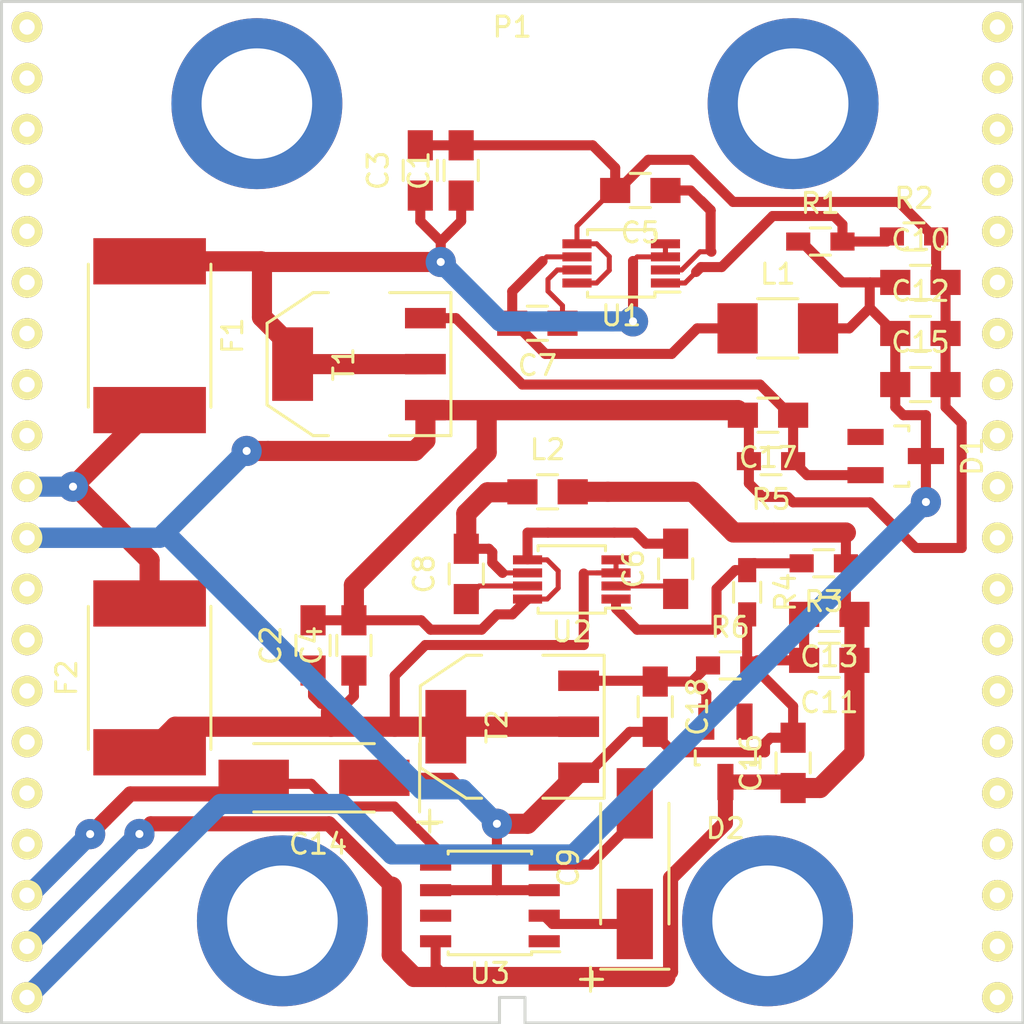
<source format=kicad_pcb>
(kicad_pcb (version 4) (host pcbnew 4.0.2-stable)

  (general
    (links 76)
    (no_connects 0)
    (area 123.422999 75.162999 174.773001 126.513001)
    (thickness 1.6)
    (drawings 0)
    (tracks 312)
    (zones 0)
    (modules 36)
    (nets 20)
  )

  (page A4)
  (layers
    (0 F.Cu signal)
    (31 B.Cu signal)
    (32 B.Adhes user)
    (33 F.Adhes user)
    (34 B.Paste user)
    (35 F.Paste user)
    (36 B.SilkS user)
    (37 F.SilkS user)
    (38 B.Mask user)
    (39 F.Mask user)
    (40 Dwgs.User user)
    (41 Cmts.User user)
    (42 Eco1.User user)
    (43 Eco2.User user)
    (44 Edge.Cuts user)
    (45 Margin user)
    (46 B.CrtYd user)
    (47 F.CrtYd user)
    (48 B.Fab user)
    (49 F.Fab user)
  )

  (setup
    (last_trace_width 0.5)
    (user_trace_width 0.5)
    (user_trace_width 0.75)
    (user_trace_width 1)
    (trace_clearance 0.2)
    (zone_clearance 0.508)
    (zone_45_only no)
    (trace_min 0.2)
    (segment_width 0.2)
    (edge_width 0.15)
    (via_size 1.5)
    (via_drill 0.4)
    (via_min_size 0.4)
    (via_min_drill 0.3)
    (user_via 1.5 0.4)
    (uvia_size 0.3)
    (uvia_drill 0.1)
    (uvias_allowed no)
    (uvia_min_size 0.2)
    (uvia_min_drill 0.1)
    (pcb_text_width 0.3)
    (pcb_text_size 1.5 1.5)
    (mod_edge_width 0.15)
    (mod_text_size 1 1)
    (mod_text_width 0.15)
    (pad_size 1.016 2.032)
    (pad_drill 0)
    (pad_to_mask_clearance 0.2)
    (aux_axis_origin 0 0)
    (grid_origin 149.606 101.346)
    (visible_elements FFFFFF7F)
    (pcbplotparams
      (layerselection 0x00030_80000001)
      (usegerberextensions false)
      (excludeedgelayer true)
      (linewidth 0.100000)
      (plotframeref false)
      (viasonmask false)
      (mode 1)
      (useauxorigin false)
      (hpglpennumber 1)
      (hpglpenspeed 20)
      (hpglpendiameter 15)
      (hpglpenoverlay 2)
      (psnegative false)
      (psa4output false)
      (plotreference true)
      (plotvalue true)
      (plotinvisibletext false)
      (padsonsilk false)
      (subtractmaskfromsilk false)
      (outputformat 1)
      (mirror false)
      (drillshape 1)
      (scaleselection 1)
      (outputdirectory ""))
  )

  (net 0 "")
  (net 1 "Net-(C1-Pad1)")
  (net 2 "Net-(C2-Pad1)")
  (net 3 "Net-(C7-Pad1)")
  (net 4 "Net-(C8-Pad1)")
  (net 5 GND)
  (net 6 "Net-(C9-Pad1)")
  (net 7 "Net-(C11-Pad1)")
  (net 8 "Net-(F1-Pad2)")
  (net 9 "Net-(R3-Pad2)")
  (net 10 "Net-(C5-Pad1)")
  (net 11 "Net-(C6-Pad1)")
  (net 12 "Net-(C7-Pad2)")
  (net 13 "Net-(C8-Pad2)")
  (net 14 "Net-(C9-Pad2)")
  (net 15 "Net-(C10-Pad1)")
  (net 16 "Net-(C14-Pad2)")
  (net 17 "Net-(C17-Pad1)")
  (net 18 "Net-(C18-Pad1)")
  (net 19 "Net-(R1-Pad2)")

  (net_class Default "This is the default net class."
    (clearance 0.2)
    (trace_width 0.25)
    (via_dia 1.5)
    (via_drill 0.4)
    (uvia_dia 0.3)
    (uvia_drill 0.1)
    (add_net GND)
    (add_net "Net-(C1-Pad1)")
    (add_net "Net-(C10-Pad1)")
    (add_net "Net-(C11-Pad1)")
    (add_net "Net-(C14-Pad2)")
    (add_net "Net-(C17-Pad1)")
    (add_net "Net-(C18-Pad1)")
    (add_net "Net-(C2-Pad1)")
    (add_net "Net-(C5-Pad1)")
    (add_net "Net-(C6-Pad1)")
    (add_net "Net-(C7-Pad1)")
    (add_net "Net-(C7-Pad2)")
    (add_net "Net-(C8-Pad1)")
    (add_net "Net-(C8-Pad2)")
    (add_net "Net-(C9-Pad1)")
    (add_net "Net-(C9-Pad2)")
    (add_net "Net-(F1-Pad2)")
    (add_net "Net-(R1-Pad2)")
    (add_net "Net-(R3-Pad2)")
  )

  (module Capacitors_SMD:C_0805_HandSoldering (layer F.Cu) (tedit 541A9B8D) (tstamp 5773E09D)
    (at 150.856 99.822)
    (descr "Capacitor SMD 0805, hand soldering")
    (tags "capacitor 0805")
    (path /577AC707)
    (attr smd)
    (fp_text reference L2 (at 0 -2.1) (layer F.SilkS)
      (effects (font (size 1 1) (thickness 0.15)))
    )
    (fp_text value "22 uH" (at 0 2.1) (layer F.Fab)
      (effects (font (size 1 1) (thickness 0.15)))
    )
    (fp_line (start -2.3 -1) (end 2.3 -1) (layer F.CrtYd) (width 0.05))
    (fp_line (start -2.3 1) (end 2.3 1) (layer F.CrtYd) (width 0.05))
    (fp_line (start -2.3 -1) (end -2.3 1) (layer F.CrtYd) (width 0.05))
    (fp_line (start 2.3 -1) (end 2.3 1) (layer F.CrtYd) (width 0.05))
    (fp_line (start 0.5 -0.85) (end -0.5 -0.85) (layer F.SilkS) (width 0.15))
    (fp_line (start -0.5 0.85) (end 0.5 0.85) (layer F.SilkS) (width 0.15))
    (pad 1 smd rect (at -1.25 0) (size 1.5 1.25) (layers F.Cu F.Paste F.Mask)
      (net 13 "Net-(C8-Pad2)"))
    (pad 2 smd rect (at 1.25 0) (size 1.5 1.25) (layers F.Cu F.Paste F.Mask)
      (net 7 "Net-(C11-Pad1)"))
    (model Capacitors_SMD.3dshapes/C_0805_HandSoldering.wrl
      (at (xyz 0 0 0))
      (scale (xyz 1 1 1))
      (rotate (xyz 0 0 0))
    )
  )

  (module Capacitors_SMD:C_0805_HandSoldering (layer F.Cu) (tedit 541A9B8D) (tstamp 5772790D)
    (at 146.558 83.84 90)
    (descr "Capacitor SMD 0805, hand soldering")
    (tags "capacitor 0805")
    (path /57746225)
    (attr smd)
    (fp_text reference C1 (at 0 -2.1 90) (layer F.SilkS)
      (effects (font (size 1 1) (thickness 0.15)))
    )
    (fp_text value "10 uF" (at 0 2.1 90) (layer F.Fab)
      (effects (font (size 1 1) (thickness 0.15)))
    )
    (fp_line (start -2.3 -1) (end 2.3 -1) (layer F.CrtYd) (width 0.05))
    (fp_line (start -2.3 1) (end 2.3 1) (layer F.CrtYd) (width 0.05))
    (fp_line (start -2.3 -1) (end -2.3 1) (layer F.CrtYd) (width 0.05))
    (fp_line (start 2.3 -1) (end 2.3 1) (layer F.CrtYd) (width 0.05))
    (fp_line (start 0.5 -0.85) (end -0.5 -0.85) (layer F.SilkS) (width 0.15))
    (fp_line (start -0.5 0.85) (end 0.5 0.85) (layer F.SilkS) (width 0.15))
    (pad 1 smd rect (at -1.25 0 90) (size 1.5 1.25) (layers F.Cu F.Paste F.Mask)
      (net 1 "Net-(C1-Pad1)"))
    (pad 2 smd rect (at 1.25 0 90) (size 1.5 1.25) (layers F.Cu F.Paste F.Mask)
      (net 5 GND))
    (model Capacitors_SMD.3dshapes/C_0805_HandSoldering.wrl
      (at (xyz 0 0 0))
      (scale (xyz 1 1 1))
      (rotate (xyz 0 0 0))
    )
  )

  (module Capacitors_SMD:C_0805_HandSoldering (layer F.Cu) (tedit 541A9B8D) (tstamp 57727912)
    (at 139.192 107.462 90)
    (descr "Capacitor SMD 0805, hand soldering")
    (tags "capacitor 0805")
    (path /577AC72A)
    (attr smd)
    (fp_text reference C2 (at 0 -2.1 90) (layer F.SilkS)
      (effects (font (size 1 1) (thickness 0.15)))
    )
    (fp_text value "10 uF" (at 0 2.1 90) (layer F.Fab)
      (effects (font (size 1 1) (thickness 0.15)))
    )
    (fp_line (start -2.3 -1) (end 2.3 -1) (layer F.CrtYd) (width 0.05))
    (fp_line (start -2.3 1) (end 2.3 1) (layer F.CrtYd) (width 0.05))
    (fp_line (start -2.3 -1) (end -2.3 1) (layer F.CrtYd) (width 0.05))
    (fp_line (start 2.3 -1) (end 2.3 1) (layer F.CrtYd) (width 0.05))
    (fp_line (start 0.5 -0.85) (end -0.5 -0.85) (layer F.SilkS) (width 0.15))
    (fp_line (start -0.5 0.85) (end 0.5 0.85) (layer F.SilkS) (width 0.15))
    (pad 1 smd rect (at -1.25 0 90) (size 1.5 1.25) (layers F.Cu F.Paste F.Mask)
      (net 2 "Net-(C2-Pad1)"))
    (pad 2 smd rect (at 1.25 0 90) (size 1.5 1.25) (layers F.Cu F.Paste F.Mask)
      (net 5 GND))
    (model Capacitors_SMD.3dshapes/C_0805_HandSoldering.wrl
      (at (xyz 0 0 0))
      (scale (xyz 1 1 1))
      (rotate (xyz 0 0 0))
    )
  )

  (module Capacitors_SMD:C_0805_HandSoldering (layer F.Cu) (tedit 541A9B8D) (tstamp 5772791C)
    (at 141.224 107.462 90)
    (descr "Capacitor SMD 0805, hand soldering")
    (tags "capacitor 0805")
    (path /577AC6CF)
    (attr smd)
    (fp_text reference C4 (at 0 -2.1 90) (layer F.SilkS)
      (effects (font (size 1 1) (thickness 0.15)))
    )
    (fp_text value "10 uF" (at 0 2.1 90) (layer F.Fab)
      (effects (font (size 1 1) (thickness 0.15)))
    )
    (fp_line (start -2.3 -1) (end 2.3 -1) (layer F.CrtYd) (width 0.05))
    (fp_line (start -2.3 1) (end 2.3 1) (layer F.CrtYd) (width 0.05))
    (fp_line (start -2.3 -1) (end -2.3 1) (layer F.CrtYd) (width 0.05))
    (fp_line (start 2.3 -1) (end 2.3 1) (layer F.CrtYd) (width 0.05))
    (fp_line (start 0.5 -0.85) (end -0.5 -0.85) (layer F.SilkS) (width 0.15))
    (fp_line (start -0.5 0.85) (end 0.5 0.85) (layer F.SilkS) (width 0.15))
    (pad 1 smd rect (at -1.25 0 90) (size 1.5 1.25) (layers F.Cu F.Paste F.Mask)
      (net 2 "Net-(C2-Pad1)"))
    (pad 2 smd rect (at 1.25 0 90) (size 1.5 1.25) (layers F.Cu F.Paste F.Mask)
      (net 5 GND))
    (model Capacitors_SMD.3dshapes/C_0805_HandSoldering.wrl
      (at (xyz 0 0 0))
      (scale (xyz 1 1 1))
      (rotate (xyz 0 0 0))
    )
  )

  (module Capacitors_SMD:C_0805_HandSoldering (layer F.Cu) (tedit 541A9B8D) (tstamp 57727926)
    (at 155.468 84.836 180)
    (descr "Capacitor SMD 0805, hand soldering")
    (tags "capacitor 0805")
    (path /5773C98A)
    (attr smd)
    (fp_text reference C5 (at 0 -2.1 180) (layer F.SilkS)
      (effects (font (size 1 1) (thickness 0.15)))
    )
    (fp_text value "1 uF" (at 0 2.1 180) (layer F.Fab)
      (effects (font (size 1 1) (thickness 0.15)))
    )
    (fp_line (start -2.3 -1) (end 2.3 -1) (layer F.CrtYd) (width 0.05))
    (fp_line (start -2.3 1) (end 2.3 1) (layer F.CrtYd) (width 0.05))
    (fp_line (start -2.3 -1) (end -2.3 1) (layer F.CrtYd) (width 0.05))
    (fp_line (start 2.3 -1) (end 2.3 1) (layer F.CrtYd) (width 0.05))
    (fp_line (start 0.5 -0.85) (end -0.5 -0.85) (layer F.SilkS) (width 0.15))
    (fp_line (start -0.5 0.85) (end 0.5 0.85) (layer F.SilkS) (width 0.15))
    (pad 1 smd rect (at -1.25 0 180) (size 1.5 1.25) (layers F.Cu F.Paste F.Mask)
      (net 10 "Net-(C5-Pad1)"))
    (pad 2 smd rect (at 1.25 0 180) (size 1.5 1.25) (layers F.Cu F.Paste F.Mask)
      (net 5 GND))
    (model Capacitors_SMD.3dshapes/C_0805_HandSoldering.wrl
      (at (xyz 0 0 0))
      (scale (xyz 1 1 1))
      (rotate (xyz 0 0 0))
    )
  )

  (module Capacitors_SMD:C_0805_HandSoldering (layer F.Cu) (tedit 541A9B8D) (tstamp 5772792C)
    (at 157.226 103.652 90)
    (descr "Capacitor SMD 0805, hand soldering")
    (tags "capacitor 0805")
    (path /577AC6D5)
    (attr smd)
    (fp_text reference C6 (at 0 -2.1 90) (layer F.SilkS)
      (effects (font (size 1 1) (thickness 0.15)))
    )
    (fp_text value "1 uF" (at 0 2.1 90) (layer F.Fab)
      (effects (font (size 1 1) (thickness 0.15)))
    )
    (fp_line (start -2.3 -1) (end 2.3 -1) (layer F.CrtYd) (width 0.05))
    (fp_line (start -2.3 1) (end 2.3 1) (layer F.CrtYd) (width 0.05))
    (fp_line (start -2.3 -1) (end -2.3 1) (layer F.CrtYd) (width 0.05))
    (fp_line (start 2.3 -1) (end 2.3 1) (layer F.CrtYd) (width 0.05))
    (fp_line (start 0.5 -0.85) (end -0.5 -0.85) (layer F.SilkS) (width 0.15))
    (fp_line (start -0.5 0.85) (end 0.5 0.85) (layer F.SilkS) (width 0.15))
    (pad 1 smd rect (at -1.25 0 90) (size 1.5 1.25) (layers F.Cu F.Paste F.Mask)
      (net 11 "Net-(C6-Pad1)"))
    (pad 2 smd rect (at 1.25 0 90) (size 1.5 1.25) (layers F.Cu F.Paste F.Mask)
      (net 5 GND))
    (model Capacitors_SMD.3dshapes/C_0805_HandSoldering.wrl
      (at (xyz 0 0 0))
      (scale (xyz 1 1 1))
      (rotate (xyz 0 0 0))
    )
  )

  (module Capacitors_SMD:C_0805_HandSoldering (layer F.Cu) (tedit 541A9B8D) (tstamp 57727932)
    (at 150.348 91.44 180)
    (descr "Capacitor SMD 0805, hand soldering")
    (tags "capacitor 0805")
    (path /5773CD96)
    (attr smd)
    (fp_text reference C7 (at 0 -2.1 180) (layer F.SilkS)
      (effects (font (size 1 1) (thickness 0.15)))
    )
    (fp_text value "100 nF" (at 0 2.1 180) (layer F.Fab)
      (effects (font (size 1 1) (thickness 0.15)))
    )
    (fp_line (start -2.3 -1) (end 2.3 -1) (layer F.CrtYd) (width 0.05))
    (fp_line (start -2.3 1) (end 2.3 1) (layer F.CrtYd) (width 0.05))
    (fp_line (start -2.3 -1) (end -2.3 1) (layer F.CrtYd) (width 0.05))
    (fp_line (start 2.3 -1) (end 2.3 1) (layer F.CrtYd) (width 0.05))
    (fp_line (start 0.5 -0.85) (end -0.5 -0.85) (layer F.SilkS) (width 0.15))
    (fp_line (start -0.5 0.85) (end 0.5 0.85) (layer F.SilkS) (width 0.15))
    (pad 1 smd rect (at -1.25 0 180) (size 1.5 1.25) (layers F.Cu F.Paste F.Mask)
      (net 3 "Net-(C7-Pad1)"))
    (pad 2 smd rect (at 1.25 0 180) (size 1.5 1.25) (layers F.Cu F.Paste F.Mask)
      (net 12 "Net-(C7-Pad2)"))
    (model Capacitors_SMD.3dshapes/C_0805_HandSoldering.wrl
      (at (xyz 0 0 0))
      (scale (xyz 1 1 1))
      (rotate (xyz 0 0 0))
    )
  )

  (module Capacitors_SMD:C_0805_HandSoldering (layer F.Cu) (tedit 541A9B8D) (tstamp 57727938)
    (at 146.812 103.906 90)
    (descr "Capacitor SMD 0805, hand soldering")
    (tags "capacitor 0805")
    (path /577AC6FD)
    (attr smd)
    (fp_text reference C8 (at 0 -2.1 90) (layer F.SilkS)
      (effects (font (size 1 1) (thickness 0.15)))
    )
    (fp_text value "100 nF" (at 0 2.1 90) (layer F.Fab)
      (effects (font (size 1 1) (thickness 0.15)))
    )
    (fp_line (start -2.3 -1) (end 2.3 -1) (layer F.CrtYd) (width 0.05))
    (fp_line (start -2.3 1) (end 2.3 1) (layer F.CrtYd) (width 0.05))
    (fp_line (start -2.3 -1) (end -2.3 1) (layer F.CrtYd) (width 0.05))
    (fp_line (start 2.3 -1) (end 2.3 1) (layer F.CrtYd) (width 0.05))
    (fp_line (start 0.5 -0.85) (end -0.5 -0.85) (layer F.SilkS) (width 0.15))
    (fp_line (start -0.5 0.85) (end 0.5 0.85) (layer F.SilkS) (width 0.15))
    (pad 1 smd rect (at -1.25 0 90) (size 1.5 1.25) (layers F.Cu F.Paste F.Mask)
      (net 4 "Net-(C8-Pad1)"))
    (pad 2 smd rect (at 1.25 0 90) (size 1.5 1.25) (layers F.Cu F.Paste F.Mask)
      (net 13 "Net-(C8-Pad2)"))
    (model Capacitors_SMD.3dshapes/C_0805_HandSoldering.wrl
      (at (xyz 0 0 0))
      (scale (xyz 1 1 1))
      (rotate (xyz 0 0 0))
    )
  )

  (module Capacitors_SMD:C_0805_HandSoldering (layer F.Cu) (tedit 541A9B8D) (tstamp 5773E016)
    (at 164.866 108.204 180)
    (descr "Capacitor SMD 0805, hand soldering")
    (tags "capacitor 0805")
    (path /577AC765)
    (attr smd)
    (fp_text reference C11 (at 0 -2.1 180) (layer F.SilkS)
      (effects (font (size 1 1) (thickness 0.15)))
    )
    (fp_text value "10 uF" (at 0 2.1 180) (layer F.Fab)
      (effects (font (size 1 1) (thickness 0.15)))
    )
    (fp_line (start -2.3 -1) (end 2.3 -1) (layer F.CrtYd) (width 0.05))
    (fp_line (start -2.3 1) (end 2.3 1) (layer F.CrtYd) (width 0.05))
    (fp_line (start -2.3 -1) (end -2.3 1) (layer F.CrtYd) (width 0.05))
    (fp_line (start 2.3 -1) (end 2.3 1) (layer F.CrtYd) (width 0.05))
    (fp_line (start 0.5 -0.85) (end -0.5 -0.85) (layer F.SilkS) (width 0.15))
    (fp_line (start -0.5 0.85) (end 0.5 0.85) (layer F.SilkS) (width 0.15))
    (pad 1 smd rect (at -1.25 0 180) (size 1.5 1.25) (layers F.Cu F.Paste F.Mask)
      (net 7 "Net-(C11-Pad1)"))
    (pad 2 smd rect (at 1.25 0 180) (size 1.5 1.25) (layers F.Cu F.Paste F.Mask)
      (net 5 GND))
    (model Capacitors_SMD.3dshapes/C_0805_HandSoldering.wrl
      (at (xyz 0 0 0))
      (scale (xyz 1 1 1))
      (rotate (xyz 0 0 0))
    )
  )

  (module Capacitors_SMD:C_0805_HandSoldering (layer F.Cu) (tedit 541A9B8D) (tstamp 5773E01C)
    (at 169.398 91.948)
    (descr "Capacitor SMD 0805, hand soldering")
    (tags "capacitor 0805")
    (path /577ABC39)
    (attr smd)
    (fp_text reference C12 (at 0 -2.1) (layer F.SilkS)
      (effects (font (size 1 1) (thickness 0.15)))
    )
    (fp_text value "10 uF" (at 0 2.1) (layer F.Fab)
      (effects (font (size 1 1) (thickness 0.15)))
    )
    (fp_line (start -2.3 -1) (end 2.3 -1) (layer F.CrtYd) (width 0.05))
    (fp_line (start -2.3 1) (end 2.3 1) (layer F.CrtYd) (width 0.05))
    (fp_line (start -2.3 -1) (end -2.3 1) (layer F.CrtYd) (width 0.05))
    (fp_line (start 2.3 -1) (end 2.3 1) (layer F.CrtYd) (width 0.05))
    (fp_line (start 0.5 -0.85) (end -0.5 -0.85) (layer F.SilkS) (width 0.15))
    (fp_line (start -0.5 0.85) (end 0.5 0.85) (layer F.SilkS) (width 0.15))
    (pad 1 smd rect (at -1.25 0) (size 1.5 1.25) (layers F.Cu F.Paste F.Mask)
      (net 15 "Net-(C10-Pad1)"))
    (pad 2 smd rect (at 1.25 0) (size 1.5 1.25) (layers F.Cu F.Paste F.Mask)
      (net 5 GND))
    (model Capacitors_SMD.3dshapes/C_0805_HandSoldering.wrl
      (at (xyz 0 0 0))
      (scale (xyz 1 1 1))
      (rotate (xyz 0 0 0))
    )
  )

  (module Capacitors_SMD:C_0805_HandSoldering (layer F.Cu) (tedit 541A9B8D) (tstamp 5773E02E)
    (at 169.398 94.488)
    (descr "Capacitor SMD 0805, hand soldering")
    (tags "capacitor 0805")
    (path /5772BC79)
    (attr smd)
    (fp_text reference C15 (at 0 -2.1) (layer F.SilkS)
      (effects (font (size 1 1) (thickness 0.15)))
    )
    (fp_text value "100 nF" (at 0 2.1) (layer F.Fab)
      (effects (font (size 1 1) (thickness 0.15)))
    )
    (fp_line (start -2.3 -1) (end 2.3 -1) (layer F.CrtYd) (width 0.05))
    (fp_line (start -2.3 1) (end 2.3 1) (layer F.CrtYd) (width 0.05))
    (fp_line (start -2.3 -1) (end -2.3 1) (layer F.CrtYd) (width 0.05))
    (fp_line (start 2.3 -1) (end 2.3 1) (layer F.CrtYd) (width 0.05))
    (fp_line (start 0.5 -0.85) (end -0.5 -0.85) (layer F.SilkS) (width 0.15))
    (fp_line (start -0.5 0.85) (end 0.5 0.85) (layer F.SilkS) (width 0.15))
    (pad 1 smd rect (at -1.25 0) (size 1.5 1.25) (layers F.Cu F.Paste F.Mask)
      (net 15 "Net-(C10-Pad1)"))
    (pad 2 smd rect (at 1.25 0) (size 1.5 1.25) (layers F.Cu F.Paste F.Mask)
      (net 5 GND))
    (model Capacitors_SMD.3dshapes/C_0805_HandSoldering.wrl
      (at (xyz 0 0 0))
      (scale (xyz 1 1 1))
      (rotate (xyz 0 0 0))
    )
  )

  (module Capacitors_SMD:C_1210_HandSoldering (layer F.Cu) (tedit 541A9C39) (tstamp 5773E098)
    (at 162.306 91.694)
    (descr "Capacitor SMD 1210, hand soldering")
    (tags "capacitor 1210")
    (path /5773CF09)
    (attr smd)
    (fp_text reference L1 (at 0 -2.7) (layer F.SilkS)
      (effects (font (size 1 1) (thickness 0.15)))
    )
    (fp_text value "56 uH" (at 0 2.7) (layer F.Fab)
      (effects (font (size 1 1) (thickness 0.15)))
    )
    (fp_line (start -3.3 -1.6) (end 3.3 -1.6) (layer F.CrtYd) (width 0.05))
    (fp_line (start -3.3 1.6) (end 3.3 1.6) (layer F.CrtYd) (width 0.05))
    (fp_line (start -3.3 -1.6) (end -3.3 1.6) (layer F.CrtYd) (width 0.05))
    (fp_line (start 3.3 -1.6) (end 3.3 1.6) (layer F.CrtYd) (width 0.05))
    (fp_line (start 1 -1.475) (end -1 -1.475) (layer F.SilkS) (width 0.15))
    (fp_line (start -1 1.475) (end 1 1.475) (layer F.SilkS) (width 0.15))
    (pad 1 smd rect (at -2 0) (size 2 2.5) (layers F.Cu F.Paste F.Mask)
      (net 12 "Net-(C7-Pad2)"))
    (pad 2 smd rect (at 2 0) (size 2 2.5) (layers F.Cu F.Paste F.Mask)
      (net 15 "Net-(C10-Pad1)"))
    (model Capacitors_SMD.3dshapes/C_1210_HandSoldering.wrl
      (at (xyz 0 0 0))
      (scale (xyz 1 1 1))
      (rotate (xyz 0 0 0))
    )
  )

  (module Resistors_SMD:R_0603_HandSoldering (layer F.Cu) (tedit 5418A00F) (tstamp 5773E0D8)
    (at 164.422 87.376)
    (descr "Resistor SMD 0603, hand soldering")
    (tags "resistor 0603")
    (path /5773CD00)
    (attr smd)
    (fp_text reference R1 (at 0 -1.9) (layer F.SilkS)
      (effects (font (size 1 1) (thickness 0.15)))
    )
    (fp_text value "140 kOhm" (at 0 1.9) (layer F.Fab)
      (effects (font (size 1 1) (thickness 0.15)))
    )
    (fp_line (start -2 -0.8) (end 2 -0.8) (layer F.CrtYd) (width 0.05))
    (fp_line (start -2 0.8) (end 2 0.8) (layer F.CrtYd) (width 0.05))
    (fp_line (start -2 -0.8) (end -2 0.8) (layer F.CrtYd) (width 0.05))
    (fp_line (start 2 -0.8) (end 2 0.8) (layer F.CrtYd) (width 0.05))
    (fp_line (start 0.5 0.675) (end -0.5 0.675) (layer F.SilkS) (width 0.15))
    (fp_line (start -0.5 -0.675) (end 0.5 -0.675) (layer F.SilkS) (width 0.15))
    (pad 1 smd rect (at -1.1 0) (size 1.2 0.9) (layers F.Cu F.Paste F.Mask)
      (net 15 "Net-(C10-Pad1)"))
    (pad 2 smd rect (at 1.1 0) (size 1.2 0.9) (layers F.Cu F.Paste F.Mask)
      (net 19 "Net-(R1-Pad2)"))
    (model Resistors_SMD.3dshapes/R_0603_HandSoldering.wrl
      (at (xyz 0 0 0))
      (scale (xyz 1 1 1))
      (rotate (xyz 0 0 0))
    )
  )

  (module Resistors_SMD:R_0603_HandSoldering (layer F.Cu) (tedit 5418A00F) (tstamp 5773E0DD)
    (at 169.08 87.122)
    (descr "Resistor SMD 0603, hand soldering")
    (tags "resistor 0603")
    (path /5773CC72)
    (attr smd)
    (fp_text reference R2 (at 0 -1.9) (layer F.SilkS)
      (effects (font (size 1 1) (thickness 0.15)))
    )
    (fp_text value "10 kOhm" (at 0 1.9) (layer F.Fab)
      (effects (font (size 1 1) (thickness 0.15)))
    )
    (fp_line (start -2 -0.8) (end 2 -0.8) (layer F.CrtYd) (width 0.05))
    (fp_line (start -2 0.8) (end 2 0.8) (layer F.CrtYd) (width 0.05))
    (fp_line (start -2 -0.8) (end -2 0.8) (layer F.CrtYd) (width 0.05))
    (fp_line (start 2 -0.8) (end 2 0.8) (layer F.CrtYd) (width 0.05))
    (fp_line (start 0.5 0.675) (end -0.5 0.675) (layer F.SilkS) (width 0.15))
    (fp_line (start -0.5 -0.675) (end 0.5 -0.675) (layer F.SilkS) (width 0.15))
    (pad 1 smd rect (at -1.1 0) (size 1.2 0.9) (layers F.Cu F.Paste F.Mask)
      (net 19 "Net-(R1-Pad2)"))
    (pad 2 smd rect (at 1.1 0) (size 1.2 0.9) (layers F.Cu F.Paste F.Mask)
      (net 5 GND))
    (model Resistors_SMD.3dshapes/R_0603_HandSoldering.wrl
      (at (xyz 0 0 0))
      (scale (xyz 1 1 1))
      (rotate (xyz 0 0 0))
    )
  )

  (module Resistors_SMD:R_0603_HandSoldering (layer F.Cu) (tedit 5418A00F) (tstamp 5773E0E7)
    (at 164.592 103.378 180)
    (descr "Resistor SMD 0603, hand soldering")
    (tags "resistor 0603")
    (path /577AC6F7)
    (attr smd)
    (fp_text reference R3 (at 0 -1.9 180) (layer F.SilkS)
      (effects (font (size 1 1) (thickness 0.15)))
    )
    (fp_text value "52.3 kOhm" (at 0 1.9 180) (layer F.Fab)
      (effects (font (size 1 1) (thickness 0.15)))
    )
    (fp_line (start -2 -0.8) (end 2 -0.8) (layer F.CrtYd) (width 0.05))
    (fp_line (start -2 0.8) (end 2 0.8) (layer F.CrtYd) (width 0.05))
    (fp_line (start -2 -0.8) (end -2 0.8) (layer F.CrtYd) (width 0.05))
    (fp_line (start 2 -0.8) (end 2 0.8) (layer F.CrtYd) (width 0.05))
    (fp_line (start 0.5 0.675) (end -0.5 0.675) (layer F.SilkS) (width 0.15))
    (fp_line (start -0.5 -0.675) (end 0.5 -0.675) (layer F.SilkS) (width 0.15))
    (pad 1 smd rect (at -1.1 0 180) (size 1.2 0.9) (layers F.Cu F.Paste F.Mask)
      (net 7 "Net-(C11-Pad1)"))
    (pad 2 smd rect (at 1.1 0 180) (size 1.2 0.9) (layers F.Cu F.Paste F.Mask)
      (net 9 "Net-(R3-Pad2)"))
    (model Resistors_SMD.3dshapes/R_0603_HandSoldering.wrl
      (at (xyz 0 0 0))
      (scale (xyz 1 1 1))
      (rotate (xyz 0 0 0))
    )
  )

  (module Resistors_SMD:R_0603_HandSoldering (layer F.Cu) (tedit 5418A00F) (tstamp 5773E0ED)
    (at 160.782 104.818 270)
    (descr "Resistor SMD 0603, hand soldering")
    (tags "resistor 0603")
    (path /577AC6F1)
    (attr smd)
    (fp_text reference R4 (at 0 -1.9 270) (layer F.SilkS)
      (effects (font (size 1 1) (thickness 0.15)))
    )
    (fp_text value "10 kOhm" (at 0 1.9 270) (layer F.Fab)
      (effects (font (size 1 1) (thickness 0.15)))
    )
    (fp_line (start -2 -0.8) (end 2 -0.8) (layer F.CrtYd) (width 0.05))
    (fp_line (start -2 0.8) (end 2 0.8) (layer F.CrtYd) (width 0.05))
    (fp_line (start -2 -0.8) (end -2 0.8) (layer F.CrtYd) (width 0.05))
    (fp_line (start 2 -0.8) (end 2 0.8) (layer F.CrtYd) (width 0.05))
    (fp_line (start 0.5 0.675) (end -0.5 0.675) (layer F.SilkS) (width 0.15))
    (fp_line (start -0.5 -0.675) (end 0.5 -0.675) (layer F.SilkS) (width 0.15))
    (pad 1 smd rect (at -1.1 0 270) (size 1.2 0.9) (layers F.Cu F.Paste F.Mask)
      (net 9 "Net-(R3-Pad2)"))
    (pad 2 smd rect (at 1.1 0 270) (size 1.2 0.9) (layers F.Cu F.Paste F.Mask)
      (net 5 GND))
    (model Resistors_SMD.3dshapes/R_0603_HandSoldering.wrl
      (at (xyz 0 0 0))
      (scale (xyz 1 1 1))
      (rotate (xyz 0 0 0))
    )
  )

  (module Resistors_SMD:R_0603_HandSoldering (layer F.Cu) (tedit 5418A00F) (tstamp 5773E0F3)
    (at 161.968 98.298 180)
    (descr "Resistor SMD 0603, hand soldering")
    (tags "resistor 0603")
    (path /5772BD5D)
    (attr smd)
    (fp_text reference R5 (at 0 -1.9 180) (layer F.SilkS)
      (effects (font (size 1 1) (thickness 0.15)))
    )
    (fp_text value "1k Ohm" (at 0 1.9 180) (layer F.Fab)
      (effects (font (size 1 1) (thickness 0.15)))
    )
    (fp_line (start -2 -0.8) (end 2 -0.8) (layer F.CrtYd) (width 0.05))
    (fp_line (start -2 0.8) (end 2 0.8) (layer F.CrtYd) (width 0.05))
    (fp_line (start -2 -0.8) (end -2 0.8) (layer F.CrtYd) (width 0.05))
    (fp_line (start 2 -0.8) (end 2 0.8) (layer F.CrtYd) (width 0.05))
    (fp_line (start 0.5 0.675) (end -0.5 0.675) (layer F.SilkS) (width 0.15))
    (fp_line (start -0.5 -0.675) (end 0.5 -0.675) (layer F.SilkS) (width 0.15))
    (pad 1 smd rect (at -1.1 0 180) (size 1.2 0.9) (layers F.Cu F.Paste F.Mask)
      (net 17 "Net-(C17-Pad1)"))
    (pad 2 smd rect (at 1.1 0 180) (size 1.2 0.9) (layers F.Cu F.Paste F.Mask)
      (net 5 GND))
    (model Resistors_SMD.3dshapes/R_0603_HandSoldering.wrl
      (at (xyz 0 0 0))
      (scale (xyz 1 1 1))
      (rotate (xyz 0 0 0))
    )
  )

  (module Resistors_SMD:R_0603_HandSoldering (layer F.Cu) (tedit 5418A00F) (tstamp 5773E0F9)
    (at 159.936 108.458)
    (descr "Resistor SMD 0603, hand soldering")
    (tags "resistor 0603")
    (path /577AC6A9)
    (attr smd)
    (fp_text reference R6 (at 0 -1.9) (layer F.SilkS)
      (effects (font (size 1 1) (thickness 0.15)))
    )
    (fp_text value "1k Ohm" (at 0 1.9) (layer F.Fab)
      (effects (font (size 1 1) (thickness 0.15)))
    )
    (fp_line (start -2 -0.8) (end 2 -0.8) (layer F.CrtYd) (width 0.05))
    (fp_line (start -2 0.8) (end 2 0.8) (layer F.CrtYd) (width 0.05))
    (fp_line (start -2 -0.8) (end -2 0.8) (layer F.CrtYd) (width 0.05))
    (fp_line (start 2 -0.8) (end 2 0.8) (layer F.CrtYd) (width 0.05))
    (fp_line (start 0.5 0.675) (end -0.5 0.675) (layer F.SilkS) (width 0.15))
    (fp_line (start -0.5 -0.675) (end 0.5 -0.675) (layer F.SilkS) (width 0.15))
    (pad 1 smd rect (at -1.1 0) (size 1.2 0.9) (layers F.Cu F.Paste F.Mask)
      (net 18 "Net-(C18-Pad1)"))
    (pad 2 smd rect (at 1.1 0) (size 1.2 0.9) (layers F.Cu F.Paste F.Mask)
      (net 5 GND))
    (model Resistors_SMD.3dshapes/R_0603_HandSoldering.wrl
      (at (xyz 0 0 0))
      (scale (xyz 1 1 1))
      (rotate (xyz 0 0 0))
    )
  )

  (module Housings_SSOP:MSOP-8_3x3mm_Pitch0.65mm (layer F.Cu) (tedit 54130A77) (tstamp 5773E122)
    (at 154.518 88.463 180)
    (descr "8-Lead Plastic Micro Small Outline Package (MS) [MSOP] (see Microchip Packaging Specification 00000049BS.pdf)")
    (tags "SSOP 0.65")
    (path /5773BED8)
    (attr smd)
    (fp_text reference U1 (at 0 -2.6 180) (layer F.SilkS)
      (effects (font (size 1 1) (thickness 0.15)))
    )
    (fp_text value MCP16311/2 (at 0 2.6 180) (layer F.Fab)
      (effects (font (size 1 1) (thickness 0.15)))
    )
    (fp_line (start -3.2 -1.85) (end -3.2 1.85) (layer F.CrtYd) (width 0.05))
    (fp_line (start 3.2 -1.85) (end 3.2 1.85) (layer F.CrtYd) (width 0.05))
    (fp_line (start -3.2 -1.85) (end 3.2 -1.85) (layer F.CrtYd) (width 0.05))
    (fp_line (start -3.2 1.85) (end 3.2 1.85) (layer F.CrtYd) (width 0.05))
    (fp_line (start -1.675 -1.675) (end -1.675 -1.425) (layer F.SilkS) (width 0.15))
    (fp_line (start 1.675 -1.675) (end 1.675 -1.425) (layer F.SilkS) (width 0.15))
    (fp_line (start 1.675 1.675) (end 1.675 1.425) (layer F.SilkS) (width 0.15))
    (fp_line (start -1.675 1.675) (end -1.675 1.425) (layer F.SilkS) (width 0.15))
    (fp_line (start -1.675 -1.675) (end 1.675 -1.675) (layer F.SilkS) (width 0.15))
    (fp_line (start -1.675 1.675) (end 1.675 1.675) (layer F.SilkS) (width 0.15))
    (fp_line (start -1.675 -1.425) (end -2.925 -1.425) (layer F.SilkS) (width 0.15))
    (pad 1 smd rect (at -2.2 -0.975 180) (size 1.45 0.45) (layers F.Cu F.Paste F.Mask)
      (net 19 "Net-(R1-Pad2)"))
    (pad 2 smd rect (at -2.2 -0.325 180) (size 1.45 0.45) (layers F.Cu F.Paste F.Mask)
      (net 10 "Net-(C5-Pad1)"))
    (pad 3 smd rect (at -2.2 0.325 180) (size 1.45 0.45) (layers F.Cu F.Paste F.Mask)
      (net 1 "Net-(C1-Pad1)"))
    (pad 4 smd rect (at -2.2 0.975 180) (size 1.45 0.45) (layers F.Cu F.Paste F.Mask)
      (net 1 "Net-(C1-Pad1)"))
    (pad 5 smd rect (at 2.2 0.975 180) (size 1.45 0.45) (layers F.Cu F.Paste F.Mask)
      (net 5 GND))
    (pad 6 smd rect (at 2.2 0.325 180) (size 1.45 0.45) (layers F.Cu F.Paste F.Mask)
      (net 12 "Net-(C7-Pad2)"))
    (pad 7 smd rect (at 2.2 -0.325 180) (size 1.45 0.45) (layers F.Cu F.Paste F.Mask)
      (net 3 "Net-(C7-Pad1)"))
    (pad 8 smd rect (at 2.2 -0.975 180) (size 1.45 0.45) (layers F.Cu F.Paste F.Mask)
      (net 5 GND))
    (model Housings_SSOP.3dshapes/MSOP-8_3x3mm_Pitch0.65mm.wrl
      (at (xyz 0 0 0))
      (scale (xyz 1 1 1))
      (rotate (xyz 0 0 0))
    )
  )

  (module Housings_SSOP:MSOP-8_3x3mm_Pitch0.65mm (layer F.Cu) (tedit 54130A77) (tstamp 5773E12D)
    (at 152.06 104.181 180)
    (descr "8-Lead Plastic Micro Small Outline Package (MS) [MSOP] (see Microchip Packaging Specification 00000049BS.pdf)")
    (tags "SSOP 0.65")
    (path /577AC6C9)
    (attr smd)
    (fp_text reference U2 (at 0 -2.6 180) (layer F.SilkS)
      (effects (font (size 1 1) (thickness 0.15)))
    )
    (fp_text value MCP16311/2 (at 0 2.6 180) (layer F.Fab)
      (effects (font (size 1 1) (thickness 0.15)))
    )
    (fp_line (start -3.2 -1.85) (end -3.2 1.85) (layer F.CrtYd) (width 0.05))
    (fp_line (start 3.2 -1.85) (end 3.2 1.85) (layer F.CrtYd) (width 0.05))
    (fp_line (start -3.2 -1.85) (end 3.2 -1.85) (layer F.CrtYd) (width 0.05))
    (fp_line (start -3.2 1.85) (end 3.2 1.85) (layer F.CrtYd) (width 0.05))
    (fp_line (start -1.675 -1.675) (end -1.675 -1.425) (layer F.SilkS) (width 0.15))
    (fp_line (start 1.675 -1.675) (end 1.675 -1.425) (layer F.SilkS) (width 0.15))
    (fp_line (start 1.675 1.675) (end 1.675 1.425) (layer F.SilkS) (width 0.15))
    (fp_line (start -1.675 1.675) (end -1.675 1.425) (layer F.SilkS) (width 0.15))
    (fp_line (start -1.675 -1.675) (end 1.675 -1.675) (layer F.SilkS) (width 0.15))
    (fp_line (start -1.675 1.675) (end 1.675 1.675) (layer F.SilkS) (width 0.15))
    (fp_line (start -1.675 -1.425) (end -2.925 -1.425) (layer F.SilkS) (width 0.15))
    (pad 1 smd rect (at -2.2 -0.975 180) (size 1.45 0.45) (layers F.Cu F.Paste F.Mask)
      (net 9 "Net-(R3-Pad2)"))
    (pad 2 smd rect (at -2.2 -0.325 180) (size 1.45 0.45) (layers F.Cu F.Paste F.Mask)
      (net 11 "Net-(C6-Pad1)"))
    (pad 3 smd rect (at -2.2 0.325 180) (size 1.45 0.45) (layers F.Cu F.Paste F.Mask)
      (net 2 "Net-(C2-Pad1)"))
    (pad 4 smd rect (at -2.2 0.975 180) (size 1.45 0.45) (layers F.Cu F.Paste F.Mask)
      (net 2 "Net-(C2-Pad1)"))
    (pad 5 smd rect (at 2.2 0.975 180) (size 1.45 0.45) (layers F.Cu F.Paste F.Mask)
      (net 5 GND))
    (pad 6 smd rect (at 2.2 0.325 180) (size 1.45 0.45) (layers F.Cu F.Paste F.Mask)
      (net 13 "Net-(C8-Pad2)"))
    (pad 7 smd rect (at 2.2 -0.325 180) (size 1.45 0.45) (layers F.Cu F.Paste F.Mask)
      (net 4 "Net-(C8-Pad1)"))
    (pad 8 smd rect (at 2.2 -0.975 180) (size 1.45 0.45) (layers F.Cu F.Paste F.Mask)
      (net 5 GND))
    (model Housings_SSOP.3dshapes/MSOP-8_3x3mm_Pitch0.65mm.wrl
      (at (xyz 0 0 0))
      (scale (xyz 1 1 1))
      (rotate (xyz 0 0 0))
    )
  )

  (module scube:SOT-223-KAG (layer F.Cu) (tedit 577BA003) (tstamp 5774EA9D)
    (at 141.478 93.472 90)
    (descr "module CMS SOT223 4 pins")
    (tags "CMS SOT")
    (path /5772BE53)
    (attr smd)
    (fp_text reference T1 (at 0 -0.762 90) (layer F.SilkS)
      (effects (font (size 1 1) (thickness 0.15)))
    )
    (fp_text value T (at 0 0.762 90) (layer F.Fab)
      (effects (font (size 1 1) (thickness 0.15)))
    )
    (fp_line (start -3.556 1.524) (end -3.556 4.572) (layer F.SilkS) (width 0.15))
    (fp_line (start -3.556 4.572) (end 3.556 4.572) (layer F.SilkS) (width 0.15))
    (fp_line (start 3.556 4.572) (end 3.556 1.524) (layer F.SilkS) (width 0.15))
    (fp_line (start -3.556 -1.524) (end -3.556 -2.286) (layer F.SilkS) (width 0.15))
    (fp_line (start -3.556 -2.286) (end -2.032 -4.572) (layer F.SilkS) (width 0.15))
    (fp_line (start -2.032 -4.572) (end 2.032 -4.572) (layer F.SilkS) (width 0.15))
    (fp_line (start 2.032 -4.572) (end 3.556 -2.286) (layer F.SilkS) (width 0.15))
    (fp_line (start 3.556 -2.286) (end 3.556 -1.524) (layer F.SilkS) (width 0.15))
    (pad A smd rect (at 0 -3.302 90) (size 3.6576 2.032) (layers F.Cu F.Paste F.Mask)
      (net 1 "Net-(C1-Pad1)"))
    (pad A smd rect (at 0 3.302 90) (size 1.016 2.032) (layers F.Cu F.Paste F.Mask)
      (net 1 "Net-(C1-Pad1)"))
    (pad G smd rect (at 2.286 3.302 90) (size 1.016 2.032) (layers F.Cu F.Paste F.Mask)
      (net 17 "Net-(C17-Pad1)"))
    (pad K smd rect (at -2.286 3.302 90) (size 1.016 2.032) (layers F.Cu F.Paste F.Mask)
      (net 5 GND))
    (model TO_SOT_Packages_SMD.3dshapes/SOT-223.wrl
      (at (xyz 0 0 0))
      (scale (xyz 0.4 0.4 0.4))
      (rotate (xyz 0 0 0))
    )
  )

  (module scube:SOT-223-KAG (layer F.Cu) (tedit 577BA02A) (tstamp 5774EAA4)
    (at 149.098 111.506 90)
    (descr "module CMS SOT223 4 pins")
    (tags "CMS SOT")
    (path /577AC6B5)
    (attr smd)
    (fp_text reference T2 (at 0 -0.762 90) (layer F.SilkS)
      (effects (font (size 1 1) (thickness 0.15)))
    )
    (fp_text value T (at 0 0.762 90) (layer F.Fab)
      (effects (font (size 1 1) (thickness 0.15)))
    )
    (fp_line (start -3.556 1.524) (end -3.556 4.572) (layer F.SilkS) (width 0.15))
    (fp_line (start -3.556 4.572) (end 3.556 4.572) (layer F.SilkS) (width 0.15))
    (fp_line (start 3.556 4.572) (end 3.556 1.524) (layer F.SilkS) (width 0.15))
    (fp_line (start -3.556 -1.524) (end -3.556 -2.286) (layer F.SilkS) (width 0.15))
    (fp_line (start -3.556 -2.286) (end -2.032 -4.572) (layer F.SilkS) (width 0.15))
    (fp_line (start -2.032 -4.572) (end 2.032 -4.572) (layer F.SilkS) (width 0.15))
    (fp_line (start 2.032 -4.572) (end 3.556 -2.286) (layer F.SilkS) (width 0.15))
    (fp_line (start 3.556 -2.286) (end 3.556 -1.524) (layer F.SilkS) (width 0.15))
    (pad A smd rect (at 0 -3.302 90) (size 3.6576 2.032) (layers F.Cu F.Paste F.Mask)
      (net 2 "Net-(C2-Pad1)"))
    (pad A smd rect (at 0 3.302 90) (size 1.016 2.032) (layers F.Cu F.Paste F.Mask)
      (net 2 "Net-(C2-Pad1)"))
    (pad G smd rect (at 2.286 3.302 90) (size 1.016 2.032) (layers F.Cu F.Paste F.Mask)
      (net 18 "Net-(C18-Pad1)"))
    (pad K smd rect (at -2.286 3.302 90) (size 1.016 2.032) (layers F.Cu F.Paste F.Mask)
      (net 5 GND))
    (model TO_SOT_Packages_SMD.3dshapes/SOT-223.wrl
      (at (xyz 0 0 0))
      (scale (xyz 0.4 0.4 0.4))
      (rotate (xyz 0 0 0))
    )
  )

  (module Housings_SOIC:SOIC-8_3.9x4.9mm_Pitch1.27mm (layer F.Cu) (tedit 54130A77) (tstamp 57750BDF)
    (at 147.988 120.269 180)
    (descr "8-Lead Plastic Small Outline (SN) - Narrow, 3.90 mm Body [SOIC] (see Microchip Packaging Specification 00000049BS.pdf)")
    (tags "SOIC 1.27")
    (path /5775095B)
    (attr smd)
    (fp_text reference U3 (at 0 -3.5 180) (layer F.SilkS)
      (effects (font (size 1 1) (thickness 0.15)))
    )
    (fp_text value MAX660 (at 0 3.5 180) (layer F.Fab)
      (effects (font (size 1 1) (thickness 0.15)))
    )
    (fp_line (start -3.75 -2.75) (end -3.75 2.75) (layer F.CrtYd) (width 0.05))
    (fp_line (start 3.75 -2.75) (end 3.75 2.75) (layer F.CrtYd) (width 0.05))
    (fp_line (start -3.75 -2.75) (end 3.75 -2.75) (layer F.CrtYd) (width 0.05))
    (fp_line (start -3.75 2.75) (end 3.75 2.75) (layer F.CrtYd) (width 0.05))
    (fp_line (start -2.075 -2.575) (end -2.075 -2.43) (layer F.SilkS) (width 0.15))
    (fp_line (start 2.075 -2.575) (end 2.075 -2.43) (layer F.SilkS) (width 0.15))
    (fp_line (start 2.075 2.575) (end 2.075 2.43) (layer F.SilkS) (width 0.15))
    (fp_line (start -2.075 2.575) (end -2.075 2.43) (layer F.SilkS) (width 0.15))
    (fp_line (start -2.075 -2.575) (end 2.075 -2.575) (layer F.SilkS) (width 0.15))
    (fp_line (start -2.075 2.575) (end 2.075 2.575) (layer F.SilkS) (width 0.15))
    (fp_line (start -2.075 -2.43) (end -3.475 -2.43) (layer F.SilkS) (width 0.15))
    (pad 1 smd rect (at -2.7 -1.905 180) (size 1.55 0.6) (layers F.Cu F.Paste F.Mask))
    (pad 2 smd rect (at -2.7 -0.635 180) (size 1.55 0.6) (layers F.Cu F.Paste F.Mask)
      (net 6 "Net-(C9-Pad1)"))
    (pad 3 smd rect (at -2.7 0.635 180) (size 1.55 0.6) (layers F.Cu F.Paste F.Mask)
      (net 5 GND))
    (pad 4 smd rect (at -2.7 1.905 180) (size 1.55 0.6) (layers F.Cu F.Paste F.Mask)
      (net 14 "Net-(C9-Pad2)"))
    (pad 5 smd rect (at 2.7 1.905 180) (size 1.55 0.6) (layers F.Cu F.Paste F.Mask)
      (net 16 "Net-(C14-Pad2)"))
    (pad 6 smd rect (at 2.7 0.635 180) (size 1.55 0.6) (layers F.Cu F.Paste F.Mask)
      (net 5 GND))
    (pad 7 smd rect (at 2.7 -0.635 180) (size 1.55 0.6) (layers F.Cu F.Paste F.Mask))
    (pad 8 smd rect (at 2.7 -1.905 180) (size 1.55 0.6) (layers F.Cu F.Paste F.Mask)
      (net 7 "Net-(C11-Pad1)"))
    (model Housings_SOIC.3dshapes/SOIC-8_3.9x4.9mm_Pitch1.27mm.wrl
      (at (xyz 0 0 0))
      (scale (xyz 1 1 1))
      (rotate (xyz 0 0 0))
    )
  )

  (module Capacitors_SMD:C_0805_HandSoldering (layer F.Cu) (tedit 541A9B8D) (tstamp 577A5CD2)
    (at 144.526 83.84 90)
    (descr "Capacitor SMD 0805, hand soldering")
    (tags "capacitor 0805")
    (path /5773C708)
    (attr smd)
    (fp_text reference C3 (at 0 -2.1 90) (layer F.SilkS)
      (effects (font (size 1 1) (thickness 0.15)))
    )
    (fp_text value "10 uF" (at 0 2.1 90) (layer F.Fab)
      (effects (font (size 1 1) (thickness 0.15)))
    )
    (fp_line (start -2.3 -1) (end 2.3 -1) (layer F.CrtYd) (width 0.05))
    (fp_line (start -2.3 1) (end 2.3 1) (layer F.CrtYd) (width 0.05))
    (fp_line (start -2.3 -1) (end -2.3 1) (layer F.CrtYd) (width 0.05))
    (fp_line (start 2.3 -1) (end 2.3 1) (layer F.CrtYd) (width 0.05))
    (fp_line (start 0.5 -0.85) (end -0.5 -0.85) (layer F.SilkS) (width 0.15))
    (fp_line (start -0.5 0.85) (end 0.5 0.85) (layer F.SilkS) (width 0.15))
    (pad 1 smd rect (at -1.25 0 90) (size 1.5 1.25) (layers F.Cu F.Paste F.Mask)
      (net 1 "Net-(C1-Pad1)"))
    (pad 2 smd rect (at 1.25 0 90) (size 1.5 1.25) (layers F.Cu F.Paste F.Mask)
      (net 5 GND))
    (model Capacitors_SMD.3dshapes/C_0805_HandSoldering.wrl
      (at (xyz 0 0 0))
      (scale (xyz 1 1 1))
      (rotate (xyz 0 0 0))
    )
  )

  (module Capacitors_Tantalum_SMD:TantalC_SizeC_EIA-6032_HandSoldering (layer F.Cu) (tedit 0) (tstamp 577A5CD7)
    (at 155.194 118.31574 90)
    (descr "Tantal Cap. , Size C, EIA-6032, Hand Soldering,")
    (tags "Tantal Cap. , Size C, EIA-6032, Hand Soldering,")
    (path /577AD0B0)
    (attr smd)
    (fp_text reference C9 (at -0.20066 -3.29946 90) (layer F.SilkS)
      (effects (font (size 1 1) (thickness 0.15)))
    )
    (fp_text value "150 uF" (at -0.09906 3.59918 90) (layer F.Fab)
      (effects (font (size 1 1) (thickness 0.15)))
    )
    (fp_line (start -5.25018 -1.69926) (end -5.25018 1.69926) (layer F.SilkS) (width 0.15))
    (fp_line (start 2.99974 1.69926) (end -2.99974 1.69926) (layer F.SilkS) (width 0.15))
    (fp_line (start 2.99974 -1.69926) (end -2.99974 -1.69926) (layer F.SilkS) (width 0.15))
    (fp_text user + (at -5.75056 -2.19964 90) (layer F.SilkS)
      (effects (font (size 1 1) (thickness 0.15)))
    )
    (fp_line (start -5.7531 -2.70256) (end -5.7531 -1.60274) (layer F.SilkS) (width 0.15))
    (fp_line (start -6.35254 -2.20218) (end -5.15366 -2.20218) (layer F.SilkS) (width 0.15))
    (pad 2 smd rect (at 2.99974 0 90) (size 3.50012 1.80086) (layers F.Cu F.Paste F.Mask)
      (net 14 "Net-(C9-Pad2)"))
    (pad 1 smd rect (at -2.99974 0 90) (size 3.50012 1.80086) (layers F.Cu F.Paste F.Mask)
      (net 6 "Net-(C9-Pad1)"))
    (model Capacitors_Tantalum_SMD.3dshapes/TantalC_SizeC_EIA-6032_HandSoldering.wrl
      (at (xyz 0 0 0))
      (scale (xyz 1 1 1))
      (rotate (xyz 0 0 180))
    )
  )

  (module Capacitors_SMD:C_0805_HandSoldering (layer F.Cu) (tedit 541A9B8D) (tstamp 577A5CDC)
    (at 169.398 89.408)
    (descr "Capacitor SMD 0805, hand soldering")
    (tags "capacitor 0805")
    (path /577ABC45)
    (attr smd)
    (fp_text reference C10 (at 0 -2.1) (layer F.SilkS)
      (effects (font (size 1 1) (thickness 0.15)))
    )
    (fp_text value "10 uF" (at 0 2.1) (layer F.Fab)
      (effects (font (size 1 1) (thickness 0.15)))
    )
    (fp_line (start -2.3 -1) (end 2.3 -1) (layer F.CrtYd) (width 0.05))
    (fp_line (start -2.3 1) (end 2.3 1) (layer F.CrtYd) (width 0.05))
    (fp_line (start -2.3 -1) (end -2.3 1) (layer F.CrtYd) (width 0.05))
    (fp_line (start 2.3 -1) (end 2.3 1) (layer F.CrtYd) (width 0.05))
    (fp_line (start 0.5 -0.85) (end -0.5 -0.85) (layer F.SilkS) (width 0.15))
    (fp_line (start -0.5 0.85) (end 0.5 0.85) (layer F.SilkS) (width 0.15))
    (pad 1 smd rect (at -1.25 0) (size 1.5 1.25) (layers F.Cu F.Paste F.Mask)
      (net 15 "Net-(C10-Pad1)"))
    (pad 2 smd rect (at 1.25 0) (size 1.5 1.25) (layers F.Cu F.Paste F.Mask)
      (net 5 GND))
    (model Capacitors_SMD.3dshapes/C_0805_HandSoldering.wrl
      (at (xyz 0 0 0))
      (scale (xyz 1 1 1))
      (rotate (xyz 0 0 0))
    )
  )

  (module Capacitors_SMD:C_0805_HandSoldering (layer F.Cu) (tedit 541A9B8D) (tstamp 577A5CE6)
    (at 164.866 105.918 180)
    (descr "Capacitor SMD 0805, hand soldering")
    (tags "capacitor 0805")
    (path /577AC759)
    (attr smd)
    (fp_text reference C13 (at 0 -2.1 180) (layer F.SilkS)
      (effects (font (size 1 1) (thickness 0.15)))
    )
    (fp_text value "10 uF" (at 0 2.1 180) (layer F.Fab)
      (effects (font (size 1 1) (thickness 0.15)))
    )
    (fp_line (start -2.3 -1) (end 2.3 -1) (layer F.CrtYd) (width 0.05))
    (fp_line (start -2.3 1) (end 2.3 1) (layer F.CrtYd) (width 0.05))
    (fp_line (start -2.3 -1) (end -2.3 1) (layer F.CrtYd) (width 0.05))
    (fp_line (start 2.3 -1) (end 2.3 1) (layer F.CrtYd) (width 0.05))
    (fp_line (start 0.5 -0.85) (end -0.5 -0.85) (layer F.SilkS) (width 0.15))
    (fp_line (start -0.5 0.85) (end 0.5 0.85) (layer F.SilkS) (width 0.15))
    (pad 1 smd rect (at -1.25 0 180) (size 1.5 1.25) (layers F.Cu F.Paste F.Mask)
      (net 7 "Net-(C11-Pad1)"))
    (pad 2 smd rect (at 1.25 0 180) (size 1.5 1.25) (layers F.Cu F.Paste F.Mask)
      (net 5 GND))
    (model Capacitors_SMD.3dshapes/C_0805_HandSoldering.wrl
      (at (xyz 0 0 0))
      (scale (xyz 1 1 1))
      (rotate (xyz 0 0 0))
    )
  )

  (module Capacitors_Tantalum_SMD:TantalC_SizeC_EIA-6032_HandSoldering (layer F.Cu) (tedit 0) (tstamp 577A5CE7)
    (at 139.24026 114.046 180)
    (descr "Tantal Cap. , Size C, EIA-6032, Hand Soldering,")
    (tags "Tantal Cap. , Size C, EIA-6032, Hand Soldering,")
    (path /57750B9B)
    (attr smd)
    (fp_text reference C14 (at -0.20066 -3.29946 180) (layer F.SilkS)
      (effects (font (size 1 1) (thickness 0.15)))
    )
    (fp_text value "150 uF" (at -0.09906 3.59918 180) (layer F.Fab)
      (effects (font (size 1 1) (thickness 0.15)))
    )
    (fp_line (start -5.25018 -1.69926) (end -5.25018 1.69926) (layer F.SilkS) (width 0.15))
    (fp_line (start 2.99974 1.69926) (end -2.99974 1.69926) (layer F.SilkS) (width 0.15))
    (fp_line (start 2.99974 -1.69926) (end -2.99974 -1.69926) (layer F.SilkS) (width 0.15))
    (fp_text user + (at -5.75056 -2.19964 180) (layer F.SilkS)
      (effects (font (size 1 1) (thickness 0.15)))
    )
    (fp_line (start -5.7531 -2.70256) (end -5.7531 -1.60274) (layer F.SilkS) (width 0.15))
    (fp_line (start -6.35254 -2.20218) (end -5.15366 -2.20218) (layer F.SilkS) (width 0.15))
    (pad 2 smd rect (at 2.99974 0 180) (size 3.50012 1.80086) (layers F.Cu F.Paste F.Mask)
      (net 16 "Net-(C14-Pad2)"))
    (pad 1 smd rect (at -2.99974 0 180) (size 3.50012 1.80086) (layers F.Cu F.Paste F.Mask)
      (net 5 GND))
    (model Capacitors_Tantalum_SMD.3dshapes/TantalC_SizeC_EIA-6032_HandSoldering.wrl
      (at (xyz 0 0 0))
      (scale (xyz 1 1 1))
      (rotate (xyz 0 0 180))
    )
  )

  (module Capacitors_SMD:C_0805_HandSoldering (layer F.Cu) (tedit 541A9B8D) (tstamp 577A5CF1)
    (at 163.068 113.304 90)
    (descr "Capacitor SMD 0805, hand soldering")
    (tags "capacitor 0805")
    (path /577AC69D)
    (attr smd)
    (fp_text reference C16 (at 0 -2.1 90) (layer F.SilkS)
      (effects (font (size 1 1) (thickness 0.15)))
    )
    (fp_text value "100 nF" (at 0 2.1 90) (layer F.Fab)
      (effects (font (size 1 1) (thickness 0.15)))
    )
    (fp_line (start -2.3 -1) (end 2.3 -1) (layer F.CrtYd) (width 0.05))
    (fp_line (start -2.3 1) (end 2.3 1) (layer F.CrtYd) (width 0.05))
    (fp_line (start -2.3 -1) (end -2.3 1) (layer F.CrtYd) (width 0.05))
    (fp_line (start 2.3 -1) (end 2.3 1) (layer F.CrtYd) (width 0.05))
    (fp_line (start 0.5 -0.85) (end -0.5 -0.85) (layer F.SilkS) (width 0.15))
    (fp_line (start -0.5 0.85) (end 0.5 0.85) (layer F.SilkS) (width 0.15))
    (pad 1 smd rect (at -1.25 0 90) (size 1.5 1.25) (layers F.Cu F.Paste F.Mask)
      (net 7 "Net-(C11-Pad1)"))
    (pad 2 smd rect (at 1.25 0 90) (size 1.5 1.25) (layers F.Cu F.Paste F.Mask)
      (net 5 GND))
    (model Capacitors_SMD.3dshapes/C_0805_HandSoldering.wrl
      (at (xyz 0 0 0))
      (scale (xyz 1 1 1))
      (rotate (xyz 0 0 0))
    )
  )

  (module Capacitors_SMD:C_0805_HandSoldering (layer F.Cu) (tedit 541A9B8D) (tstamp 577A5CF7)
    (at 161.818 96.012 180)
    (descr "Capacitor SMD 0805, hand soldering")
    (tags "capacitor 0805")
    (path /5772BDD4)
    (attr smd)
    (fp_text reference C17 (at 0 -2.1 180) (layer F.SilkS)
      (effects (font (size 1 1) (thickness 0.15)))
    )
    (fp_text value "47 nF" (at 0 2.1 180) (layer F.Fab)
      (effects (font (size 1 1) (thickness 0.15)))
    )
    (fp_line (start -2.3 -1) (end 2.3 -1) (layer F.CrtYd) (width 0.05))
    (fp_line (start -2.3 1) (end 2.3 1) (layer F.CrtYd) (width 0.05))
    (fp_line (start -2.3 -1) (end -2.3 1) (layer F.CrtYd) (width 0.05))
    (fp_line (start 2.3 -1) (end 2.3 1) (layer F.CrtYd) (width 0.05))
    (fp_line (start 0.5 -0.85) (end -0.5 -0.85) (layer F.SilkS) (width 0.15))
    (fp_line (start -0.5 0.85) (end 0.5 0.85) (layer F.SilkS) (width 0.15))
    (pad 1 smd rect (at -1.25 0 180) (size 1.5 1.25) (layers F.Cu F.Paste F.Mask)
      (net 17 "Net-(C17-Pad1)"))
    (pad 2 smd rect (at 1.25 0 180) (size 1.5 1.25) (layers F.Cu F.Paste F.Mask)
      (net 5 GND))
    (model Capacitors_SMD.3dshapes/C_0805_HandSoldering.wrl
      (at (xyz 0 0 0))
      (scale (xyz 1 1 1))
      (rotate (xyz 0 0 0))
    )
  )

  (module Capacitors_SMD:C_0805_HandSoldering (layer F.Cu) (tedit 541A9B8D) (tstamp 577A5CFD)
    (at 156.21 110.51 270)
    (descr "Capacitor SMD 0805, hand soldering")
    (tags "capacitor 0805")
    (path /577AC6AF)
    (attr smd)
    (fp_text reference C18 (at 0 -2.1 270) (layer F.SilkS)
      (effects (font (size 1 1) (thickness 0.15)))
    )
    (fp_text value "47 nF" (at 0 2.1 270) (layer F.Fab)
      (effects (font (size 1 1) (thickness 0.15)))
    )
    (fp_line (start -2.3 -1) (end 2.3 -1) (layer F.CrtYd) (width 0.05))
    (fp_line (start -2.3 1) (end 2.3 1) (layer F.CrtYd) (width 0.05))
    (fp_line (start -2.3 -1) (end -2.3 1) (layer F.CrtYd) (width 0.05))
    (fp_line (start 2.3 -1) (end 2.3 1) (layer F.CrtYd) (width 0.05))
    (fp_line (start 0.5 -0.85) (end -0.5 -0.85) (layer F.SilkS) (width 0.15))
    (fp_line (start -0.5 0.85) (end 0.5 0.85) (layer F.SilkS) (width 0.15))
    (pad 1 smd rect (at -1.25 0 270) (size 1.5 1.25) (layers F.Cu F.Paste F.Mask)
      (net 18 "Net-(C18-Pad1)"))
    (pad 2 smd rect (at 1.25 0 270) (size 1.5 1.25) (layers F.Cu F.Paste F.Mask)
      (net 5 GND))
    (model Capacitors_SMD.3dshapes/C_0805_HandSoldering.wrl
      (at (xyz 0 0 0))
      (scale (xyz 1 1 1))
      (rotate (xyz 0 0 0))
    )
  )

  (module Fuse_Holders_and_Fuses:Fuse_SMD2920 (layer F.Cu) (tedit 552259FD) (tstamp 577A5D0C)
    (at 131.064 92.058 270)
    (descr "Fuse, 2920 chip size")
    (tags "Fuse SMD2920")
    (path /5773D783)
    (attr smd)
    (fp_text reference F1 (at 0 -4.1275 270) (layer F.SilkS)
      (effects (font (size 1 1) (thickness 0.15)))
    )
    (fp_text value "Fuse 1.5A" (at 0 4.3815 270) (layer F.Fab)
      (effects (font (size 1 1) (thickness 0.15)))
    )
    (fp_line (start 5.1 -3.3) (end 5.1 3.3) (layer F.CrtYd) (width 0.05))
    (fp_line (start -5.1 -3.3) (end -5.1 3.3) (layer F.CrtYd) (width 0.05))
    (fp_line (start -5.1 3.3) (end 5.1 3.3) (layer F.CrtYd) (width 0.05))
    (fp_line (start -5.1 -3.3) (end 5.1 -3.3) (layer F.CrtYd) (width 0.05))
    (fp_line (start -3.556 -3.048) (end 3.556 -3.048) (layer F.SilkS) (width 0.15))
    (fp_line (start -3.556 3.048) (end 3.556 3.048) (layer F.SilkS) (width 0.15))
    (pad 1 smd rect (at -3.7 0) (size 5.6 2.3) (layers F.Cu F.Paste F.Mask)
      (net 1 "Net-(C1-Pad1)"))
    (pad 2 smd rect (at 3.7 0) (size 5.6 2.3) (layers F.Cu F.Paste F.Mask)
      (net 8 "Net-(F1-Pad2)"))
  )

  (module Fuse_Holders_and_Fuses:Fuse_SMD2920 (layer F.Cu) (tedit 552259FD) (tstamp 577A5D16)
    (at 131.064 109.076 90)
    (descr "Fuse, 2920 chip size")
    (tags "Fuse SMD2920")
    (path /577AC71B)
    (attr smd)
    (fp_text reference F2 (at 0 -4.1275 90) (layer F.SilkS)
      (effects (font (size 1 1) (thickness 0.15)))
    )
    (fp_text value "Fuse 1.5A" (at 0 4.3815 90) (layer F.Fab)
      (effects (font (size 1 1) (thickness 0.15)))
    )
    (fp_line (start 5.1 -3.3) (end 5.1 3.3) (layer F.CrtYd) (width 0.05))
    (fp_line (start -5.1 -3.3) (end -5.1 3.3) (layer F.CrtYd) (width 0.05))
    (fp_line (start -5.1 3.3) (end 5.1 3.3) (layer F.CrtYd) (width 0.05))
    (fp_line (start -5.1 -3.3) (end 5.1 -3.3) (layer F.CrtYd) (width 0.05))
    (fp_line (start -3.556 -3.048) (end 3.556 -3.048) (layer F.SilkS) (width 0.15))
    (fp_line (start -3.556 3.048) (end 3.556 3.048) (layer F.SilkS) (width 0.15))
    (pad 1 smd rect (at -3.7 0 180) (size 5.6 2.3) (layers F.Cu F.Paste F.Mask)
      (net 2 "Net-(C2-Pad1)"))
    (pad 2 smd rect (at 3.7 0 180) (size 5.6 2.3) (layers F.Cu F.Paste F.Mask)
      (net 8 "Net-(F1-Pad2)"))
  )

  (module scube:SOT-23_Handsoldering-Swapped_Pads (layer F.Cu) (tedit 577B7573) (tstamp 577B7684)
    (at 168.17086 98.044 270)
    (descr "SOT-23, Handsoldering")
    (tags SOT-23)
    (path /5772BCEE)
    (attr smd)
    (fp_text reference D1 (at 0 -3.81 270) (layer F.SilkS)
      (effects (font (size 1 1) (thickness 0.15)))
    )
    (fp_text value "ZD +15V" (at 0 3.81 270) (layer F.Fab)
      (effects (font (size 1 1) (thickness 0.15)))
    )
    (fp_line (start -1.49982 0.0508) (end -1.49982 -0.65024) (layer F.SilkS) (width 0.15))
    (fp_line (start -1.49982 -0.65024) (end -1.2509 -0.65024) (layer F.SilkS) (width 0.15))
    (fp_line (start 1.29916 -0.65024) (end 1.49982 -0.65024) (layer F.SilkS) (width 0.15))
    (fp_line (start 1.49982 -0.65024) (end 1.49982 0.0508) (layer F.SilkS) (width 0.15))
    (pad 3 smd rect (at -0.95 1.50114 270) (size 0.8001 1.80086) (layers F.Cu F.Paste F.Mask))
    (pad 2 smd rect (at 0.95 1.50114 270) (size 0.8001 1.80086) (layers F.Cu F.Paste F.Mask)
      (net 17 "Net-(C17-Pad1)"))
    (pad 1 smd rect (at 0 -1.50114 270) (size 0.8001 1.80086) (layers F.Cu F.Paste F.Mask)
      (net 15 "Net-(C10-Pad1)"))
    (model TO_SOT_Packages_SMD.3dshapes/SOT-23_Handsoldering.wrl
      (at (xyz 0 0 0))
      (scale (xyz 1 1 1))
      (rotate (xyz 0 0 0))
    )
  )

  (module scube:SOT-23_Handsoldering-Swapped_Pads (layer F.Cu) (tedit 577B7573) (tstamp 577B768A)
    (at 159.7 112.75314 180)
    (descr "SOT-23, Handsoldering")
    (tags SOT-23)
    (path /577AC6A3)
    (attr smd)
    (fp_text reference D2 (at 0 -3.81 180) (layer F.SilkS)
      (effects (font (size 1 1) (thickness 0.15)))
    )
    (fp_text value "ZD +5.6V" (at 0 3.81 180) (layer F.Fab)
      (effects (font (size 1 1) (thickness 0.15)))
    )
    (fp_line (start -1.49982 0.0508) (end -1.49982 -0.65024) (layer F.SilkS) (width 0.15))
    (fp_line (start -1.49982 -0.65024) (end -1.2509 -0.65024) (layer F.SilkS) (width 0.15))
    (fp_line (start 1.29916 -0.65024) (end 1.49982 -0.65024) (layer F.SilkS) (width 0.15))
    (fp_line (start 1.49982 -0.65024) (end 1.49982 0.0508) (layer F.SilkS) (width 0.15))
    (pad 3 smd rect (at -0.95 1.50114 180) (size 0.8001 1.80086) (layers F.Cu F.Paste F.Mask))
    (pad 2 smd rect (at 0.95 1.50114 180) (size 0.8001 1.80086) (layers F.Cu F.Paste F.Mask)
      (net 18 "Net-(C18-Pad1)"))
    (pad 1 smd rect (at 0 -1.50114 180) (size 0.8001 1.80086) (layers F.Cu F.Paste F.Mask)
      (net 7 "Net-(C11-Pad1)"))
    (model TO_SOT_Packages_SMD.3dshapes/SOT-23_Handsoldering.wrl
      (at (xyz 0 0 0))
      (scale (xyz 1 1 1))
      (rotate (xyz 0 0 0))
    )
  )

  (module scube:scube40 (layer F.Cu) (tedit 575FF9D1) (tstamp 577BA4D0)
    (at 149.098 100.838)
    (path /577A98F2)
    (fp_text reference P1 (at 0 -24.13) (layer F.SilkS)
      (effects (font (size 1 1) (thickness 0.15)))
    )
    (fp_text value SCUBE40 (at 0 -22.86) (layer F.Fab)
      (effects (font (size 1 1) (thickness 0.15)))
    )
    (fp_line (start -25.4 25.4) (end -25.4 -25.4) (layer Edge.Cuts) (width 0.15))
    (fp_line (start 25.4 25.4) (end 0.635 25.4) (layer Edge.Cuts) (width 0.15))
    (fp_line (start 25.4 -25.4) (end 25.4 25.4) (layer Edge.Cuts) (width 0.15))
    (fp_line (start -25.4 -25.4) (end 25.4 -25.4) (layer Edge.Cuts) (width 0.15))
    (fp_line (start -0.635 25.4) (end -25.4 25.4) (layer Edge.Cuts) (width 0.15))
    (fp_line (start -0.635 24.13) (end -0.635 25.4) (layer Edge.Cuts) (width 0.15))
    (fp_line (start 0.635 24.13) (end -0.635 24.13) (layer Edge.Cuts) (width 0.15))
    (fp_line (start 0.635 25.4) (end 0.635 24.13) (layer Edge.Cuts) (width 0.15))
    (pad 1 thru_hole circle (at -24.13 -24.13) (size 1.524 1.524) (drill 0.762) (layers *.Cu *.Mask F.SilkS))
    (pad 2 thru_hole circle (at -24.13 -21.59) (size 1.524 1.524) (drill 0.762) (layers *.Cu *.Mask F.SilkS))
    (pad 3 thru_hole circle (at -24.13 -19.05) (size 1.524 1.524) (drill 0.762) (layers *.Cu *.Mask F.SilkS))
    (pad 4 thru_hole circle (at -24.13 -16.51) (size 1.524 1.524) (drill 0.762) (layers *.Cu *.Mask F.SilkS))
    (pad 5 thru_hole circle (at -24.13 -13.97) (size 1.524 1.524) (drill 0.762) (layers *.Cu *.Mask F.SilkS))
    (pad 6 thru_hole circle (at -24.13 -11.43) (size 1.524 1.524) (drill 0.762) (layers *.Cu *.Mask F.SilkS))
    (pad 7 thru_hole circle (at -24.13 -8.89) (size 1.524 1.524) (drill 0.762) (layers *.Cu *.Mask F.SilkS))
    (pad 8 thru_hole circle (at -24.13 -6.35) (size 1.524 1.524) (drill 0.762) (layers *.Cu *.Mask F.SilkS))
    (pad 9 thru_hole circle (at -24.13 -3.81) (size 1.524 1.524) (drill 0.762) (layers *.Cu *.Mask F.SilkS))
    (pad 10 thru_hole circle (at -24.13 -1.27) (size 1.524 1.524) (drill 0.762) (layers *.Cu *.Mask F.SilkS)
      (net 8 "Net-(F1-Pad2)"))
    (pad 11 thru_hole circle (at -24.13 1.27) (size 1.524 1.524) (drill 0.762) (layers *.Cu *.Mask F.SilkS)
      (net 5 GND))
    (pad 12 thru_hole circle (at -24.13 3.81) (size 1.524 1.524) (drill 0.762) (layers *.Cu *.Mask F.SilkS))
    (pad 13 thru_hole circle (at -24.13 6.35) (size 1.524 1.524) (drill 0.762) (layers *.Cu *.Mask F.SilkS))
    (pad 14 thru_hole circle (at -24.13 8.89) (size 1.524 1.524) (drill 0.762) (layers *.Cu *.Mask F.SilkS))
    (pad 15 thru_hole circle (at -24.13 11.43) (size 1.524 1.524) (drill 0.762) (layers *.Cu *.Mask F.SilkS))
    (pad 16 thru_hole circle (at -24.13 13.97) (size 1.524 1.524) (drill 0.762) (layers *.Cu *.Mask F.SilkS))
    (pad 17 thru_hole circle (at -24.13 16.51) (size 1.524 1.524) (drill 0.762) (layers *.Cu *.Mask F.SilkS))
    (pad 18 thru_hole circle (at -24.13 19.05) (size 1.524 1.524) (drill 0.762) (layers *.Cu *.Mask F.SilkS)
      (net 16 "Net-(C14-Pad2)"))
    (pad 19 thru_hole circle (at -24.13 21.59) (size 1.524 1.524) (drill 0.762) (layers *.Cu *.Mask F.SilkS)
      (net 7 "Net-(C11-Pad1)"))
    (pad 20 thru_hole circle (at -24.13 24.13) (size 1.524 1.524) (drill 0.762) (layers *.Cu *.Mask F.SilkS)
      (net 15 "Net-(C10-Pad1)"))
    (pad 21 thru_hole circle (at 24.13 24.13) (size 1.524 1.524) (drill 0.762) (layers *.Cu *.Mask F.SilkS))
    (pad 22 thru_hole circle (at 24.13 21.59) (size 1.524 1.524) (drill 0.762) (layers *.Cu *.Mask F.SilkS))
    (pad 23 thru_hole circle (at 24.13 19.05) (size 1.524 1.524) (drill 0.762) (layers *.Cu *.Mask F.SilkS))
    (pad 24 thru_hole circle (at 24.13 16.51) (size 1.524 1.524) (drill 0.762) (layers *.Cu *.Mask F.SilkS))
    (pad 25 thru_hole circle (at 24.13 13.97) (size 1.524 1.524) (drill 0.762) (layers *.Cu *.Mask F.SilkS))
    (pad 26 thru_hole circle (at 24.13 11.43) (size 1.524 1.524) (drill 0.762) (layers *.Cu *.Mask F.SilkS))
    (pad 27 thru_hole circle (at 24.13 8.89) (size 1.524 1.524) (drill 0.762) (layers *.Cu *.Mask F.SilkS))
    (pad 28 thru_hole circle (at 24.13 6.35) (size 1.524 1.524) (drill 0.762) (layers *.Cu *.Mask F.SilkS))
    (pad 29 thru_hole circle (at 24.13 3.81) (size 1.524 1.524) (drill 0.762) (layers *.Cu *.Mask F.SilkS))
    (pad 30 thru_hole circle (at 24.13 1.27) (size 1.524 1.524) (drill 0.762) (layers *.Cu *.Mask F.SilkS))
    (pad 31 thru_hole circle (at 24.13 -1.27) (size 1.524 1.524) (drill 0.762) (layers *.Cu *.Mask F.SilkS))
    (pad 32 thru_hole circle (at 24.13 -3.81) (size 1.524 1.524) (drill 0.762) (layers *.Cu *.Mask F.SilkS))
    (pad 33 thru_hole circle (at 24.13 -6.35) (size 1.524 1.524) (drill 0.762) (layers *.Cu *.Mask F.SilkS))
    (pad 34 thru_hole circle (at 24.13 -8.89) (size 1.524 1.524) (drill 0.762) (layers *.Cu *.Mask F.SilkS))
    (pad 35 thru_hole circle (at 24.13 -11.43) (size 1.524 1.524) (drill 0.762) (layers *.Cu *.Mask F.SilkS))
    (pad 36 thru_hole circle (at 24.13 -13.97) (size 1.524 1.524) (drill 0.762) (layers *.Cu *.Mask F.SilkS))
    (pad 37 thru_hole circle (at 24.13 -16.51) (size 1.524 1.524) (drill 0.762) (layers *.Cu *.Mask F.SilkS))
    (pad 38 thru_hole circle (at 24.13 -19.05) (size 1.524 1.524) (drill 0.762) (layers *.Cu *.Mask F.SilkS))
    (pad 39 thru_hole circle (at 24.13 -21.59) (size 1.524 1.524) (drill 0.762) (layers *.Cu *.Mask F.SilkS))
    (pad 40 thru_hole circle (at 24.13 -24.13) (size 1.524 1.524) (drill 0.762) (layers *.Cu *.Mask F.SilkS))
    (pad "" np_thru_hole circle (at -12.7 -20.32) (size 8.5 8.5) (drill 5.5) (layers *.Cu))
    (pad "" np_thru_hole circle (at -11.43 20.32) (size 8.5 8.5) (drill 5.5) (layers *.Cu))
    (pad "" np_thru_hole circle (at 12.7 20.32) (size 8.5 8.5) (drill 5.5) (layers *.Cu))
    (pad "" np_thru_hole circle (at 13.97 -20.32) (size 8.5 8.5) (drill 5.5) (layers *.Cu))
  )

  (segment (start 155.106 88.346) (end 155.106006 88.346006) (width 0.5) (layer F.Cu) (net 1))
  (segment (start 155.106006 88.346006) (end 155.106006 91.346) (width 0.5) (layer F.Cu) (net 1))
  (segment (start 155.106006 91.10373) (end 155.106006 91.346) (width 0.25) (layer F.Cu) (net 1))
  (segment (start 155.194 91.015736) (end 155.106006 91.10373) (width 0.25) (layer F.Cu) (net 1))
  (segment (start 154.045346 91.346) (end 155.106006 91.346) (width 1) (layer B.Cu) (net 1))
  (segment (start 145.542 88.392) (end 148.496 91.346) (width 1) (layer B.Cu) (net 1))
  (segment (start 148.496 91.346) (end 154.045346 91.346) (width 1) (layer B.Cu) (net 1))
  (via (at 155.106006 91.346) (size 1.5) (drill 0.4) (layers F.Cu B.Cu) (net 1))
  (segment (start 156.718 88.138) (end 155.314 88.138) (width 0.25) (layer F.Cu) (net 1))
  (segment (start 155.314 88.138) (end 155.106 88.346) (width 0.25) (layer F.Cu) (net 1))
  (segment (start 136.652 88.392) (end 145.542 88.392) (width 1) (layer F.Cu) (net 1))
  (segment (start 144.78 93.472) (end 138.176 93.472) (width 1) (layer F.Cu) (net 1))
  (via (at 145.542 88.392) (size 1.5) (drill 0.4) (layers F.Cu B.Cu) (net 1))
  (segment (start 146.558 86.36) (end 146.558 85.09) (width 0.5) (layer F.Cu) (net 1))
  (segment (start 145.542 87.376) (end 146.558 86.36) (width 0.5) (layer F.Cu) (net 1))
  (segment (start 145.542 87.376) (end 144.526 86.36) (width 0.5) (layer F.Cu) (net 1))
  (segment (start 144.526 86.36) (end 144.526 85.09) (width 0.5) (layer F.Cu) (net 1))
  (segment (start 145.542 88.392) (end 145.542 87.376) (width 0.5) (layer F.Cu) (net 1))
  (segment (start 136.652 88.392) (end 136.618 88.358) (width 1) (layer F.Cu) (net 1))
  (segment (start 136.618 88.358) (end 131.064 88.358) (width 1) (layer F.Cu) (net 1))
  (segment (start 136.652 91.1352) (end 136.652 88.392) (width 1) (layer F.Cu) (net 1))
  (segment (start 138.176 93.472) (end 138.176 92.6592) (width 1) (layer F.Cu) (net 1))
  (segment (start 138.176 92.6592) (end 136.652 91.1352) (width 1) (layer F.Cu) (net 1))
  (segment (start 156.718 88.138) (end 156.718 88.062998) (width 0.25) (layer F.Cu) (net 1))
  (segment (start 131.064 88.358) (end 133.062 88.358) (width 1) (layer F.Cu) (net 1))
  (segment (start 156.718 88.138) (end 156.718 87.663) (width 0.25) (layer F.Cu) (net 1))
  (segment (start 156.718 88.138) (end 156.718 87.488) (width 0.25) (layer F.Cu) (net 1) (status 30))
  (segment (start 152.4 111.506) (end 145.796 111.506) (width 1) (layer F.Cu) (net 2))
  (segment (start 131.064 112.776) (end 132.334 111.506) (width 1) (layer F.Cu) (net 2))
  (segment (start 132.334 111.506) (end 140.083 111.506) (width 1) (layer F.Cu) (net 2))
  (segment (start 140.083 110.365) (end 140.841 110.365) (width 0.5) (layer F.Cu) (net 2))
  (segment (start 140.841 110.365) (end 141.224 109.982) (width 0.5) (layer F.Cu) (net 2))
  (segment (start 141.224 109.982) (end 141.224 108.712) (width 0.5) (layer F.Cu) (net 2))
  (segment (start 140.083 110.744) (end 140.083 110.365) (width 0.5) (layer F.Cu) (net 2))
  (segment (start 140.083 111.506) (end 140.083 110.744) (width 1) (layer F.Cu) (net 2))
  (segment (start 140.083 110.365) (end 139.595 110.365) (width 0.5) (layer F.Cu) (net 2))
  (segment (start 139.595 110.365) (end 139.192 109.962) (width 0.5) (layer F.Cu) (net 2))
  (segment (start 139.192 109.962) (end 139.192 108.712) (width 0.5) (layer F.Cu) (net 2))
  (segment (start 152.654 103.886) (end 152.684 103.856) (width 0.25) (layer F.Cu) (net 2))
  (segment (start 152.684 103.856) (end 154.26 103.856) (width 0.25) (layer F.Cu) (net 2))
  (segment (start 152.654 107.442) (end 152.654 103.886) (width 0.5) (layer F.Cu) (net 2))
  (segment (start 150.876 107.442) (end 152.654 107.442) (width 0.5) (layer F.Cu) (net 2))
  (segment (start 140.083 111.506) (end 143.256 111.506) (width 1) (layer F.Cu) (net 2))
  (segment (start 143.256 111.506) (end 145.796 111.506) (width 1) (layer F.Cu) (net 2))
  (segment (start 150.876 107.442) (end 144.78 107.442) (width 0.5) (layer F.Cu) (net 2))
  (segment (start 144.78 107.442) (end 143.256 108.966) (width 0.5) (layer F.Cu) (net 2))
  (segment (start 143.256 108.966) (end 143.256 111.506) (width 0.5) (layer F.Cu) (net 2))
  (segment (start 141.224 108.837) (end 141.224 108.712) (width 0.5) (layer F.Cu) (net 2))
  (segment (start 144.28 111.506) (end 145.796 111.506) (width 0.5) (layer F.Cu) (net 2))
  (segment (start 154.26 103.856) (end 153.285 103.856) (width 0.25) (layer F.Cu) (net 2) (status 10))
  (segment (start 154.26 103.206) (end 154.26 103.856) (width 0.25) (layer F.Cu) (net 2) (status 30))
  (segment (start 150.876 89.255) (end 150.876 89.843) (width 0.25) (layer F.Cu) (net 3))
  (segment (start 150.876 89.843) (end 151.598 90.565) (width 0.25) (layer F.Cu) (net 3))
  (segment (start 151.598 90.565) (end 151.598 91.44) (width 0.25) (layer F.Cu) (net 3) (status 20))
  (segment (start 152.318 88.788) (end 151.343 88.788) (width 0.25) (layer F.Cu) (net 3) (status 10))
  (segment (start 151.343 88.788) (end 150.876 89.255) (width 0.25) (layer F.Cu) (net 3))
  (segment (start 149.86 104.506) (end 147.462 104.506) (width 0.25) (layer F.Cu) (net 4) (status 10))
  (segment (start 147.462 104.506) (end 146.812 105.156) (width 0.25) (layer F.Cu) (net 4) (status 20))
  (segment (start 160.868 98.298) (end 160.868 99.4) (width 0.5) (layer F.Cu) (net 5))
  (segment (start 160.868 99.4) (end 161.544 100.076) (width 0.5) (layer F.Cu) (net 5))
  (segment (start 161.544 100.076) (end 162.796 100.076) (width 0.5) (layer F.Cu) (net 5))
  (segment (start 162.796 100.076) (end 163.066 100.346) (width 0.5) (layer F.Cu) (net 5))
  (segment (start 163.066 100.346) (end 166.894 100.346) (width 0.5) (layer F.Cu) (net 5))
  (segment (start 169.164 102.616) (end 171.45 102.616) (width 0.5) (layer F.Cu) (net 5))
  (segment (start 166.894 100.346) (end 169.164 102.616) (width 0.5) (layer F.Cu) (net 5))
  (segment (start 171.45 102.616) (end 171.45 96.415) (width 0.5) (layer F.Cu) (net 5))
  (segment (start 171.45 96.415) (end 170.648 95.613) (width 0.5) (layer F.Cu) (net 5))
  (segment (start 170.648 95.613) (end 170.648 94.488) (width 0.5) (layer F.Cu) (net 5))
  (segment (start 144.78 95.758) (end 144.78 97.266) (width 1) (layer F.Cu) (net 5))
  (segment (start 144.78 97.266) (end 144.256 97.79) (width 1) (layer F.Cu) (net 5))
  (segment (start 144.256 97.79) (end 136.95066 97.79) (width 1) (layer F.Cu) (net 5))
  (segment (start 136.95066 97.79) (end 135.89 97.79) (width 1) (layer F.Cu) (net 5))
  (segment (start 156.21 111.76) (end 156.21 111.885) (width 0.5) (layer F.Cu) (net 5))
  (segment (start 161.943 112.054) (end 163.068 112.054) (width 0.5) (layer F.Cu) (net 5))
  (segment (start 156.21 111.885) (end 157.101 112.776) (width 0.5) (layer F.Cu) (net 5))
  (segment (start 161.670151 112.326849) (end 161.943 112.054) (width 0.5) (layer F.Cu) (net 5))
  (segment (start 157.101 112.776) (end 161.670151 112.776) (width 0.5) (layer F.Cu) (net 5))
  (segment (start 161.670151 112.776) (end 161.670151 112.326849) (width 0.5) (layer F.Cu) (net 5))
  (segment (start 148.336 116.332) (end 148.336 119.634) (width 0.5) (layer F.Cu) (net 5))
  (segment (start 148.336 116.332) (end 149.86 116.332) (width 1) (layer F.Cu) (net 5))
  (segment (start 149.86 116.332) (end 152.4 113.792) (width 1) (layer F.Cu) (net 5))
  (segment (start 142.24 114.046) (end 146.05 114.046) (width 0.5) (layer F.Cu) (net 5))
  (segment (start 146.05 114.046) (end 148.336 116.332) (width 0.5) (layer F.Cu) (net 5))
  (segment (start 131.826 101.854) (end 144.59199 114.61999) (width 1) (layer B.Cu) (net 5))
  (segment (start 144.59199 114.61999) (end 146.62399 114.61999) (width 1) (layer B.Cu) (net 5))
  (segment (start 146.62399 114.61999) (end 148.336 116.332) (width 1) (layer B.Cu) (net 5))
  (segment (start 131.572 102.108) (end 131.826 101.854) (width 1) (layer B.Cu) (net 5))
  (segment (start 131.826 101.854) (end 135.89 97.79) (width 1) (layer B.Cu) (net 5))
  (segment (start 145.288 119.634) (end 148.336 119.634) (width 0.5) (layer F.Cu) (net 5))
  (segment (start 148.336 119.634) (end 150.688 119.634) (width 0.5) (layer F.Cu) (net 5))
  (segment (start 124.968 102.108) (end 131.572 102.108) (width 1) (layer B.Cu) (net 5))
  (segment (start 131.318 102.108) (end 124.968 102.108) (width 1) (layer B.Cu) (net 5))
  (segment (start 144.78 95.758) (end 160.314 95.758) (width 1) (layer F.Cu) (net 5))
  (segment (start 160.314 95.758) (end 160.568 96.012) (width 1) (layer F.Cu) (net 5))
  (segment (start 160.568 96.012) (end 147.828 96.012) (width 0.5) (layer F.Cu) (net 5))
  (segment (start 147.828 96.012) (end 145.034 96.012) (width 0.5) (layer F.Cu) (net 5))
  (segment (start 141.224 106.212) (end 141.224 104.462) (width 1) (layer F.Cu) (net 5))
  (segment (start 141.224 104.462) (end 147.828 97.858) (width 1) (layer F.Cu) (net 5))
  (segment (start 147.828 97.858) (end 147.828 96.012) (width 1) (layer F.Cu) (net 5))
  (segment (start 146.558 82.59) (end 153.097 82.59) (width 0.5) (layer F.Cu) (net 5))
  (segment (start 153.097 82.59) (end 154.218 83.711) (width 0.5) (layer F.Cu) (net 5))
  (segment (start 154.218 83.711) (end 154.218 84.836) (width 0.5) (layer F.Cu) (net 5))
  (segment (start 144.526 82.59) (end 146.558 82.59) (width 0.5) (layer F.Cu) (net 5))
  (via (at 135.89 97.79) (size 1.5) (drill 0.4) (layers F.Cu B.Cu) (net 5))
  (segment (start 141.224 106.212) (end 144.566 106.212) (width 0.5) (layer F.Cu) (net 5))
  (segment (start 145.034 106.68) (end 147.574 106.68) (width 0.5) (layer F.Cu) (net 5))
  (segment (start 144.566 106.212) (end 145.034 106.68) (width 0.5) (layer F.Cu) (net 5))
  (segment (start 147.574 106.68) (end 148.336 105.918) (width 0.5) (layer F.Cu) (net 5))
  (segment (start 148.336 105.918) (end 149.098 105.918) (width 0.5) (layer F.Cu) (net 5))
  (segment (start 149.098 105.918) (end 149.834999 105.181001) (width 0.5) (layer F.Cu) (net 5))
  (segment (start 149.834999 105.181001) (end 149.86 105.181001) (width 0.5) (layer F.Cu) (net 5))
  (segment (start 152.318 87.488) (end 152.318 86.611) (width 0.25) (layer F.Cu) (net 5))
  (segment (start 152.318 86.611) (end 154.093 84.836) (width 0.25) (layer F.Cu) (net 5))
  (segment (start 154.093 84.836) (end 154.218 84.836) (width 0.25) (layer F.Cu) (net 5))
  (segment (start 139.192 106.212) (end 141.224 106.212) (width 0.5) (layer F.Cu) (net 5))
  (segment (start 170.18 87.122) (end 170.18 88.94) (width 0.5) (layer F.Cu) (net 5))
  (segment (start 170.18 88.94) (end 170.648 89.408) (width 0.5) (layer F.Cu) (net 5))
  (segment (start 160.868 98.298) (end 160.868 96.312) (width 0.5) (layer F.Cu) (net 5))
  (segment (start 160.868 96.312) (end 160.568 96.012) (width 0.5) (layer F.Cu) (net 5))
  (via (at 148.336 116.332) (size 1.5) (drill 0.4) (layers F.Cu B.Cu) (net 5))
  (segment (start 145.034 96.012) (end 144.78 95.758) (width 0.5) (layer F.Cu) (net 5))
  (segment (start 170.18 87.122) (end 170.03 87.122) (width 0.5) (layer F.Cu) (net 5))
  (segment (start 170.03 87.122) (end 168.31399 85.40599) (width 0.5) (layer F.Cu) (net 5))
  (segment (start 168.31399 85.40599) (end 160.08199 85.40599) (width 0.5) (layer F.Cu) (net 5))
  (segment (start 160.08199 85.40599) (end 157.988 83.312) (width 0.5) (layer F.Cu) (net 5))
  (segment (start 154.343 84.836) (end 154.218 84.836) (width 0.5) (layer F.Cu) (net 5))
  (segment (start 157.988 83.312) (end 155.867 83.312) (width 0.5) (layer F.Cu) (net 5))
  (segment (start 155.867 83.312) (end 154.343 84.836) (width 0.5) (layer F.Cu) (net 5))
  (segment (start 152.318 89.438) (end 153.293 89.438) (width 0.25) (layer F.Cu) (net 5) (status 10))
  (segment (start 153.924 88.119) (end 153.293 87.488) (width 0.25) (layer F.Cu) (net 5))
  (segment (start 153.293 89.438) (end 153.924 88.807) (width 0.25) (layer F.Cu) (net 5))
  (segment (start 153.924 88.807) (end 153.924 88.119) (width 0.25) (layer F.Cu) (net 5))
  (segment (start 153.293 87.488) (end 152.318 87.488) (width 0.25) (layer F.Cu) (net 5) (status 20))
  (segment (start 170.648 89.408) (end 170.648 91.948) (width 0.5) (layer F.Cu) (net 5) (status 30))
  (segment (start 170.648 94.488) (end 170.648 91.948) (width 0.5) (layer F.Cu) (net 5) (status 30))
  (segment (start 150.876 101.854) (end 149.86 101.854) (width 0.5) (layer F.Cu) (net 5))
  (segment (start 154.178 101.854) (end 150.876 101.854) (width 0.5) (layer F.Cu) (net 5))
  (segment (start 149.86 101.854) (end 149.86 103.180999) (width 0.5) (layer F.Cu) (net 5) (status 20))
  (segment (start 155.194 101.854) (end 155.742 102.402) (width 0.5) (layer F.Cu) (net 5))
  (segment (start 155.742 102.402) (end 157.226 102.402) (width 0.5) (layer F.Cu) (net 5) (status 20))
  (segment (start 154.178 101.854) (end 155.194 101.854) (width 0.5) (layer F.Cu) (net 5))
  (segment (start 149.86 103.206) (end 149.86 101.854) (width 0.25) (layer F.Cu) (net 5) (status 10))
  (segment (start 151.384 104.607) (end 151.384 103.755) (width 0.25) (layer F.Cu) (net 5))
  (segment (start 151.384 103.755) (end 150.835 103.206) (width 0.25) (layer F.Cu) (net 5))
  (segment (start 150.835 103.206) (end 149.86 103.206) (width 0.25) (layer F.Cu) (net 5) (status 20))
  (segment (start 149.86 105.156) (end 150.835 105.156) (width 0.25) (layer F.Cu) (net 5) (status 10))
  (segment (start 150.835 105.156) (end 151.384 104.607) (width 0.25) (layer F.Cu) (net 5))
  (segment (start 160.782 105.918) (end 160.782 105.768) (width 0.25) (layer F.Cu) (net 5) (status 30))
  (segment (start 160.782 105.918) (end 160.782 108.204) (width 0.5) (layer F.Cu) (net 5) (status 30))
  (segment (start 160.782 108.204) (end 161.036 108.458) (width 0.5) (layer F.Cu) (net 5) (status 30))
  (segment (start 163.616 108.204) (end 161.29 108.204) (width 0.5) (layer F.Cu) (net 5) (status 30))
  (segment (start 161.29 108.204) (end 161.036 108.458) (width 0.5) (layer F.Cu) (net 5) (status 30))
  (segment (start 163.616 105.918) (end 163.616 108.204) (width 0.5) (layer F.Cu) (net 5) (status 30))
  (segment (start 163.068 112.054) (end 163.068 110.49) (width 0.5) (layer F.Cu) (net 5) (status 10))
  (segment (start 163.068 110.49) (end 161.036 108.458) (width 0.5) (layer F.Cu) (net 5) (status 20))
  (segment (start 156.21 111.76) (end 156.21 112.014) (width 0.5) (layer F.Cu) (net 5) (status 30))
  (segment (start 152.4 113.792) (end 152.908 113.792) (width 0.5) (layer F.Cu) (net 5) (status 30))
  (segment (start 152.908 113.792) (end 154.94 111.76) (width 0.5) (layer F.Cu) (net 5) (status 10))
  (segment (start 154.94 111.76) (end 156.21 111.76) (width 0.5) (layer F.Cu) (net 5) (status 20))
  (segment (start 155.194 121.31548) (end 151.09948 121.31548) (width 0.5) (layer F.Cu) (net 6))
  (segment (start 151.09948 121.31548) (end 150.688 120.904) (width 0.5) (layer F.Cu) (net 6))
  (segment (start 166.116 105.918) (end 166.116 108.204) (width 1) (layer F.Cu) (net 7))
  (segment (start 166.116 108.204) (end 166.116 112.836) (width 1) (layer F.Cu) (net 7))
  (segment (start 166.116 112.836) (end 164.398 114.554) (width 1) (layer F.Cu) (net 7))
  (segment (start 164.398 114.554) (end 163.068 114.554) (width 1) (layer F.Cu) (net 7))
  (segment (start 165.692 103.378) (end 165.692 105.494) (width 0.5) (layer F.Cu) (net 7))
  (segment (start 165.692 105.494) (end 166.116 105.918) (width 0.5) (layer F.Cu) (net 7))
  (segment (start 162.106 101.846) (end 165.684 101.846) (width 1) (layer F.Cu) (net 7))
  (segment (start 165.684 101.846) (end 165.692 101.854) (width 1) (layer F.Cu) (net 7))
  (segment (start 162.106 101.846) (end 160.106 101.846) (width 1) (layer F.Cu) (net 7))
  (segment (start 160.106 101.846) (end 158.082 99.822) (width 1) (layer F.Cu) (net 7))
  (segment (start 158.082 99.822) (end 153.856 99.822) (width 1) (layer F.Cu) (net 7))
  (segment (start 153.856 99.822) (end 152.106 99.822) (width 1) (layer F.Cu) (net 7))
  (segment (start 162.106 101.846) (end 162.114 101.854) (width 0.5) (layer F.Cu) (net 7))
  (segment (start 165.692 101.854) (end 165.692 103.378) (width 0.5) (layer F.Cu) (net 7))
  (segment (start 159.7 114.25428) (end 162.76828 114.25428) (width 0.75) (layer F.Cu) (net 7))
  (segment (start 162.76828 114.25428) (end 163.068 114.554) (width 0.75) (layer F.Cu) (net 7))
  (segment (start 159.7 116.299998) (end 159.7 114.25428) (width 0.75) (layer F.Cu) (net 7))
  (segment (start 159.7 116.299998) (end 156.972999 119.026999) (width 0.75) (layer F.Cu) (net 7))
  (segment (start 156.972999 119.026999) (end 156.972999 123.697001) (width 0.75) (layer F.Cu) (net 7))
  (segment (start 156.972999 123.697001) (end 156.718 123.952) (width 0.75) (layer F.Cu) (net 7))
  (segment (start 130.556 116.84) (end 130.6 116.84) (width 0.75) (layer F.Cu) (net 7))
  (segment (start 139.984001 116.332999) (end 143.106 119.454998) (width 0.75) (layer F.Cu) (net 7))
  (segment (start 130.6 116.84) (end 130.606 116.846) (width 0.75) (layer F.Cu) (net 7))
  (segment (start 130.606 116.846) (end 131.119001 116.332999) (width 0.75) (layer F.Cu) (net 7))
  (segment (start 131.119001 116.332999) (end 139.984001 116.332999) (width 0.75) (layer F.Cu) (net 7))
  (segment (start 143.106 119.454998) (end 143.106 122.846) (width 1) (layer F.Cu) (net 7))
  (segment (start 143.106 122.846) (end 144.212 123.952) (width 1) (layer F.Cu) (net 7))
  (segment (start 144.212 123.952) (end 145.796 123.952) (width 1) (layer F.Cu) (net 7))
  (segment (start 145.288 122.174) (end 144.813 122.174) (width 0.5) (layer F.Cu) (net 7))
  (segment (start 130.938001 116.457999) (end 130.556 116.84) (width 0.5) (layer F.Cu) (net 7))
  (segment (start 124.968 122.428) (end 130.556 116.84) (width 1) (layer B.Cu) (net 7))
  (via (at 130.556 116.84) (size 1.5) (drill 0.4) (layers F.Cu B.Cu) (net 7))
  (segment (start 156.718 123.952) (end 145.796 123.952) (width 1) (layer F.Cu) (net 7))
  (segment (start 145.796 123.952) (end 145.288 123.444) (width 0.5) (layer F.Cu) (net 7))
  (segment (start 145.288 123.444) (end 145.288 122.174) (width 0.5) (layer F.Cu) (net 7))
  (segment (start 165.692 103.378) (end 165.542 103.378) (width 0.5) (layer F.Cu) (net 7) (status 30))
  (segment (start 165.842 103.378) (end 165.692 103.378) (width 0.5) (layer F.Cu) (net 7) (status 30))
  (segment (start 166.116 107.95) (end 166.116 108.204) (width 0.5) (layer F.Cu) (net 7) (status 30))
  (segment (start 124.968 99.568) (end 127.254 99.568) (width 1) (layer B.Cu) (net 8))
  (via (at 127.254 99.568) (size 1.5) (drill 0.4) (layers F.Cu B.Cu) (net 8))
  (segment (start 127.254 99.568) (end 127.406 99.568) (width 1) (layer F.Cu) (net 8))
  (segment (start 127.406 99.568) (end 131.064 103.226) (width 1) (layer F.Cu) (net 8))
  (segment (start 131.064 103.226) (end 131.064 105.376) (width 1) (layer F.Cu) (net 8))
  (segment (start 127.254 99.568) (end 131.064 95.758) (width 1) (layer F.Cu) (net 8))
  (segment (start 130.776 105.376) (end 131.064 105.376) (width 0.5) (layer F.Cu) (net 8) (status 30))
  (segment (start 154.293 105.664) (end 155.309 106.68) (width 0.5) (layer F.Cu) (net 9))
  (segment (start 155.309 106.68) (end 159.258 106.68) (width 0.5) (layer F.Cu) (net 9))
  (segment (start 159.258 106.68) (end 159.258 104.648) (width 0.5) (layer F.Cu) (net 9))
  (segment (start 159.258 104.648) (end 160.188 103.718) (width 0.5) (layer F.Cu) (net 9))
  (segment (start 160.188 103.718) (end 160.782 103.718) (width 0.5) (layer F.Cu) (net 9))
  (segment (start 154.26 105.631) (end 154.26 105.181001) (width 0.5) (layer F.Cu) (net 9))
  (segment (start 154.26 105.631) (end 154.293 105.664) (width 0.25) (layer F.Cu) (net 9))
  (segment (start 154.26 105.156) (end 154.26 105.631) (width 0.25) (layer F.Cu) (net 9) (status 10))
  (segment (start 163.492 103.378) (end 161.122 103.378) (width 0.5) (layer F.Cu) (net 9) (status 30))
  (segment (start 161.122 103.378) (end 160.782 103.718) (width 0.5) (layer F.Cu) (net 9) (status 30))
  (segment (start 158.964 85.852) (end 158.964 85.812) (width 0.5) (layer F.Cu) (net 10))
  (segment (start 158.964 85.812) (end 158.496 85.344) (width 0.5) (layer F.Cu) (net 10))
  (segment (start 158.964 87.844) (end 158.964 85.852) (width 0.5) (layer F.Cu) (net 10))
  (segment (start 156.718 84.836) (end 157.968 84.836) (width 0.5) (layer F.Cu) (net 10))
  (segment (start 157.968 84.836) (end 158.964 85.832) (width 0.5) (layer F.Cu) (net 10))
  (segment (start 158.964 85.832) (end 158.964 85.852) (width 0.5) (layer F.Cu) (net 10))
  (segment (start 159.004 87.884) (end 158.964 87.844) (width 0.5) (layer F.Cu) (net 10))
  (segment (start 158.433814 87.884) (end 159.004 87.884) (width 0.25) (layer F.Cu) (net 10))
  (segment (start 156.718 88.788) (end 157.529814 88.788) (width 0.25) (layer F.Cu) (net 10) (status 10))
  (segment (start 157.529814 88.788) (end 158.433814 87.884) (width 0.25) (layer F.Cu) (net 10))
  (segment (start 154.26 104.506) (end 156.83 104.506) (width 0.25) (layer F.Cu) (net 11) (status 30))
  (segment (start 156.83 104.506) (end 157.226 104.902) (width 0.25) (layer F.Cu) (net 11) (status 30))
  (segment (start 150.606 88.346) (end 149.098 89.854) (width 0.5) (layer F.Cu) (net 12))
  (segment (start 149.098 89.854) (end 149.098 91.44) (width 0.5) (layer F.Cu) (net 12))
  (segment (start 152.318 88.138) (end 150.814 88.138) (width 0.25) (layer F.Cu) (net 12))
  (segment (start 150.814 88.138) (end 150.606 88.346) (width 0.25) (layer F.Cu) (net 12))
  (segment (start 157.028 92.964) (end 158.298 91.694) (width 0.5) (layer F.Cu) (net 12))
  (segment (start 158.298 91.694) (end 160.306 91.694) (width 0.5) (layer F.Cu) (net 12))
  (segment (start 149.098 91.44) (end 149.223 91.44) (width 0.5) (layer F.Cu) (net 12))
  (segment (start 149.223 91.44) (end 150.747 92.964) (width 0.5) (layer F.Cu) (net 12))
  (segment (start 150.747 92.964) (end 157.028 92.964) (width 0.5) (layer F.Cu) (net 12))
  (segment (start 148.106 103.346) (end 148.106 102.825) (width 0.5) (layer F.Cu) (net 13))
  (segment (start 148.106 102.825) (end 147.937 102.656) (width 0.5) (layer F.Cu) (net 13))
  (segment (start 147.937 102.656) (end 146.812 102.656) (width 0.5) (layer F.Cu) (net 13))
  (segment (start 148.616 103.856) (end 148.106 103.346) (width 0.5) (layer F.Cu) (net 13))
  (segment (start 149.86 103.856) (end 148.616 103.856) (width 0.25) (layer F.Cu) (net 13))
  (segment (start 148.616 103.856) (end 148.606 103.846) (width 0.25) (layer F.Cu) (net 13))
  (segment (start 147.872 99.846) (end 149.582 99.846) (width 1) (layer F.Cu) (net 13))
  (segment (start 149.582 99.846) (end 149.606 99.822) (width 1) (layer F.Cu) (net 13))
  (segment (start 146.812 102.656) (end 146.812 100.906) (width 1) (layer F.Cu) (net 13))
  (segment (start 146.812 100.906) (end 147.872 99.846) (width 1) (layer F.Cu) (net 13))
  (segment (start 146.812 102.781) (end 146.812 102.656) (width 0.25) (layer F.Cu) (net 13) (status 30))
  (segment (start 150.688 118.364) (end 152.99563 118.364) (width 0.5) (layer F.Cu) (net 14))
  (segment (start 152.99563 118.364) (end 155.194 116.16563) (width 0.5) (layer F.Cu) (net 14))
  (segment (start 155.194 116.16563) (end 155.194 115.316) (width 0.5) (layer F.Cu) (net 14))
  (segment (start 169.672 100.33) (end 152.146 117.856) (width 1) (layer B.Cu) (net 15))
  (segment (start 152.146 117.856) (end 143.116 117.856) (width 1) (layer B.Cu) (net 15))
  (segment (start 143.116 117.856) (end 140.606 115.346) (width 1) (layer B.Cu) (net 15))
  (segment (start 140.606 115.346) (end 134.59 115.346) (width 1) (layer B.Cu) (net 15))
  (segment (start 134.59 115.346) (end 124.968 124.968) (width 1) (layer B.Cu) (net 15))
  (segment (start 169.672 98.044) (end 169.672 100.33) (width 0.5) (layer F.Cu) (net 15))
  (segment (start 168.148 91.948) (end 168.148 94.488) (width 0.5) (layer F.Cu) (net 15))
  (segment (start 163.322 87.376) (end 163.472 87.376) (width 0.5) (layer F.Cu) (net 15))
  (segment (start 163.472 87.376) (end 165.504 89.408) (width 0.5) (layer F.Cu) (net 15))
  (segment (start 165.504 89.408) (end 166.898 89.408) (width 0.5) (layer F.Cu) (net 15))
  (segment (start 166.878 90.678) (end 165.862 91.694) (width 0.5) (layer F.Cu) (net 15))
  (segment (start 165.862 91.694) (end 164.306 91.694) (width 0.5) (layer F.Cu) (net 15))
  (via (at 169.672 100.33) (size 1.5) (drill 0.4) (layers F.Cu B.Cu) (net 15))
  (segment (start 166.878 90.678) (end 168.148 91.948) (width 0.5) (layer F.Cu) (net 15) (status 20))
  (segment (start 166.878 89.428) (end 166.878 90.678) (width 0.5) (layer F.Cu) (net 15))
  (segment (start 168.148 89.408) (end 166.898 89.408) (width 0.5) (layer F.Cu) (net 15) (status 10))
  (segment (start 166.898 89.408) (end 166.878 89.428) (width 0.5) (layer F.Cu) (net 15))
  (segment (start 169.672 96.012) (end 169.672 98.044) (width 0.5) (layer F.Cu) (net 15) (status 20))
  (segment (start 168.547 96.012) (end 169.672 96.012) (width 0.5) (layer F.Cu) (net 15))
  (segment (start 168.148 94.488) (end 168.148 95.613) (width 0.5) (layer F.Cu) (net 15) (status 10))
  (segment (start 168.148 95.613) (end 168.547 96.012) (width 0.5) (layer F.Cu) (net 15))
  (segment (start 136.24052 114.046) (end 135.44052 114.846) (width 0.75) (layer F.Cu) (net 16))
  (segment (start 135.44052 114.846) (end 130.106 114.846) (width 0.75) (layer F.Cu) (net 16))
  (segment (start 130.106 114.846) (end 128.855999 116.096001) (width 0.75) (layer F.Cu) (net 16))
  (segment (start 128.855999 116.096001) (end 128.106 116.846) (width 0.75) (layer F.Cu) (net 16))
  (segment (start 145.288 118.364) (end 145.288 117.528) (width 0.5) (layer F.Cu) (net 16))
  (segment (start 145.288 117.528) (end 143.23348 115.47348) (width 0.5) (layer F.Cu) (net 16))
  (segment (start 136.54052 114.346) (end 136.24052 114.046) (width 0.5) (layer F.Cu) (net 16))
  (segment (start 143.23348 115.47348) (end 140.23348 115.47348) (width 0.5) (layer F.Cu) (net 16))
  (segment (start 140.23348 115.47348) (end 139.106 114.346) (width 0.5) (layer F.Cu) (net 16))
  (segment (start 139.106 114.346) (end 136.54052 114.346) (width 0.5) (layer F.Cu) (net 16))
  (segment (start 124.968 119.888) (end 125.064 119.888) (width 1) (layer B.Cu) (net 16))
  (segment (start 125.064 119.888) (end 128.106 116.846) (width 1) (layer B.Cu) (net 16))
  (segment (start 128.106 116.846) (end 128.01 116.846) (width 0.5) (layer B.Cu) (net 16))
  (via (at 128.106 116.846) (size 1.5) (drill 0.4) (layers F.Cu B.Cu) (net 16))
  (segment (start 144.78 91.186) (end 146.296 91.186) (width 0.5) (layer F.Cu) (net 17))
  (segment (start 162.943 96.012) (end 163.068 96.012) (width 0.5) (layer F.Cu) (net 17))
  (segment (start 146.296 91.186) (end 149.598 94.488) (width 0.5) (layer F.Cu) (net 17))
  (segment (start 149.598 94.488) (end 161.419 94.488) (width 0.5) (layer F.Cu) (net 17))
  (segment (start 161.419 94.488) (end 162.943 96.012) (width 0.5) (layer F.Cu) (net 17))
  (segment (start 163.068 98.298) (end 163.068 96.012) (width 0.5) (layer F.Cu) (net 17) (status 30))
  (segment (start 166.66972 98.994) (end 163.764 98.994) (width 0.5) (layer F.Cu) (net 17) (status 10))
  (segment (start 163.764 98.994) (end 163.068 98.298) (width 0.5) (layer F.Cu) (net 17) (status 20))
  (segment (start 152.4 109.22) (end 156.17 109.22) (width 0.5) (layer F.Cu) (net 18) (status 30))
  (segment (start 156.17 109.22) (end 156.21 109.26) (width 0.5) (layer F.Cu) (net 18) (status 30))
  (segment (start 158.034 109.26) (end 158.15843 109.26) (width 0.5) (layer F.Cu) (net 18))
  (segment (start 158.15843 109.26) (end 158.75 109.85157) (width 0.5) (layer F.Cu) (net 18))
  (segment (start 158.75 109.85157) (end 158.75 111.252) (width 0.5) (layer F.Cu) (net 18) (status 20))
  (segment (start 156.21 109.26) (end 158.034 109.26) (width 0.5) (layer F.Cu) (net 18) (status 10))
  (segment (start 158.034 109.26) (end 158.836 108.458) (width 0.5) (layer F.Cu) (net 18) (status 20))
  (segment (start 156.21 109.26) (end 156.758 109.26) (width 0.5) (layer F.Cu) (net 18) (status 30))
  (segment (start 158.242 88.889) (end 158.485 88.646) (width 0.5) (layer F.Cu) (net 19))
  (segment (start 158.485 88.646) (end 159.512 88.646) (width 0.5) (layer F.Cu) (net 19))
  (segment (start 159.512 88.646) (end 162.052 86.106) (width 0.5) (layer F.Cu) (net 19))
  (segment (start 162.052 86.106) (end 165.1 86.106) (width 0.5) (layer F.Cu) (net 19))
  (segment (start 165.1 86.106) (end 165.522 86.528) (width 0.5) (layer F.Cu) (net 19))
  (segment (start 165.522 86.528) (end 165.522 87.376) (width 0.5) (layer F.Cu) (net 19))
  (segment (start 157.693 89.438) (end 158.242 88.889) (width 0.25) (layer F.Cu) (net 19))
  (segment (start 156.718 89.438) (end 157.693 89.438) (width 0.25) (layer F.Cu) (net 19) (status 10))
  (segment (start 165.522 87.376) (end 167.726 87.376) (width 0.5) (layer F.Cu) (net 19) (status 30))
  (segment (start 167.726 87.376) (end 167.98 87.122) (width 0.5) (layer F.Cu) (net 19) (status 30))

)

</source>
